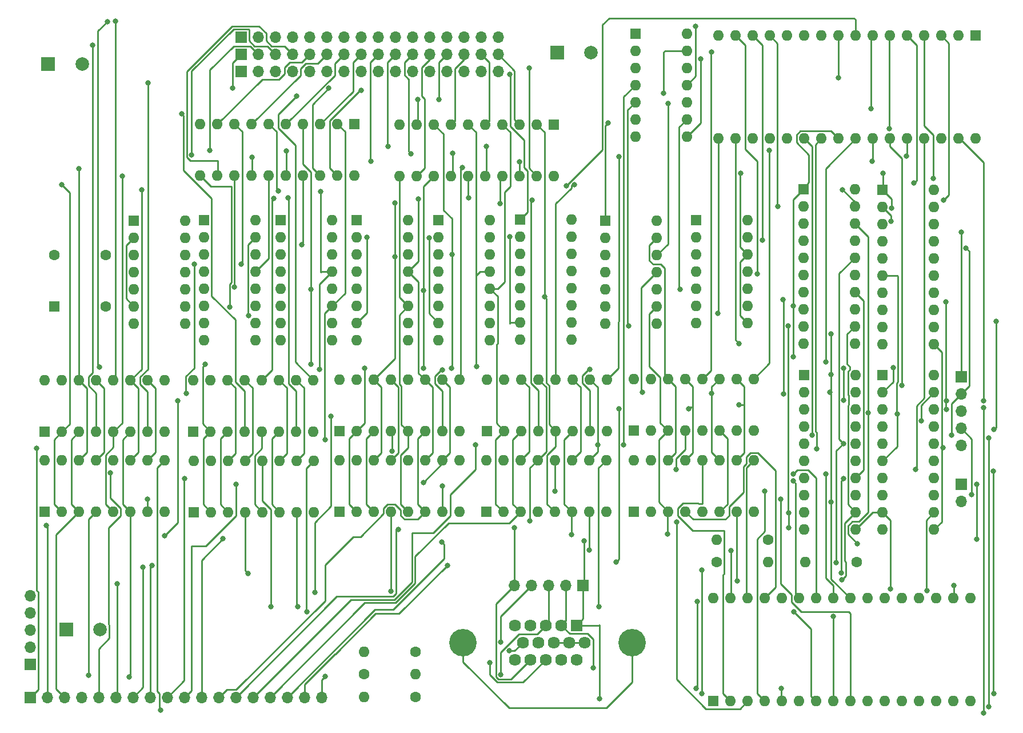
<source format=gtl>
%TF.GenerationSoftware,KiCad,Pcbnew,5.1.12-84ad8e8a86~92~ubuntu18.04.1*%
%TF.CreationDate,2022-02-09T16:29:34-05:00*%
%TF.ProjectId,kicad,6b696361-642e-46b6-9963-61645f706362,rev?*%
%TF.SameCoordinates,Original*%
%TF.FileFunction,Copper,L1,Top*%
%TF.FilePolarity,Positive*%
%FSLAX46Y46*%
G04 Gerber Fmt 4.6, Leading zero omitted, Abs format (unit mm)*
G04 Created by KiCad (PCBNEW 5.1.12-84ad8e8a86~92~ubuntu18.04.1) date 2022-02-09 16:29:34*
%MOMM*%
%LPD*%
G01*
G04 APERTURE LIST*
%TA.AperFunction,ComponentPad*%
%ADD10C,1.600000*%
%TD*%
%TA.AperFunction,ComponentPad*%
%ADD11R,1.600000X1.600000*%
%TD*%
%TA.AperFunction,ComponentPad*%
%ADD12O,1.600000X1.600000*%
%TD*%
%TA.AperFunction,ComponentPad*%
%ADD13O,1.700000X1.700000*%
%TD*%
%TA.AperFunction,ComponentPad*%
%ADD14R,1.700000X1.700000*%
%TD*%
%TA.AperFunction,ComponentPad*%
%ADD15C,4.066000*%
%TD*%
%TA.AperFunction,ComponentPad*%
%ADD16C,1.785000*%
%TD*%
%TA.AperFunction,ComponentPad*%
%ADD17R,1.785000X1.785000*%
%TD*%
%TA.AperFunction,ComponentPad*%
%ADD18C,2.000000*%
%TD*%
%TA.AperFunction,ComponentPad*%
%ADD19R,2.000000X2.000000*%
%TD*%
%TA.AperFunction,ViaPad*%
%ADD20C,0.800000*%
%TD*%
%TA.AperFunction,Conductor*%
%ADD21C,0.250000*%
%TD*%
G04 APERTURE END LIST*
D10*
%TO.P,X1,4*%
%TO.N,GND*%
X293370000Y-196951600D03*
%TO.P,X1,5*%
%TO.N,Net-(U3-Pad3)*%
X293370000Y-189331600D03*
%TO.P,X1,8*%
%TO.N,+5V*%
X285750000Y-189331600D03*
D11*
%TO.P,X1,1*%
%TO.N,Net-(X1-Pad1)*%
X285750000Y-196951600D03*
%TD*%
D12*
%TO.P,U27,20*%
%TO.N,+5V*%
X416102800Y-207162400D03*
%TO.P,U27,10*%
%TO.N,GND*%
X408482800Y-230022400D03*
%TO.P,U27,19*%
%TO.N,Net-(U13-Pad1)*%
X416102800Y-209702400D03*
%TO.P,U27,9*%
%TO.N,Net-(U21-Pad18)*%
X408482800Y-227482400D03*
%TO.P,U27,18*%
%TO.N,Net-(U21-Pad13)*%
X416102800Y-212242400D03*
%TO.P,U27,8*%
%TO.N,Net-(J9-Pad4)*%
X408482800Y-224942400D03*
%TO.P,U27,17*%
%TO.N,Net-(U27-Pad17)*%
X416102800Y-214782400D03*
%TO.P,U27,7*%
%TO.N,Net-(U27-Pad7)*%
X408482800Y-222402400D03*
%TO.P,U27,16*%
%TO.N,Net-(U21-Pad14)*%
X416102800Y-217322400D03*
%TO.P,U27,6*%
%TO.N,Net-(J9-Pad3)*%
X408482800Y-219862400D03*
%TO.P,U27,15*%
%TO.N,Net-(U27-Pad15)*%
X416102800Y-219862400D03*
%TO.P,U27,5*%
%TO.N,Net-(U27-Pad5)*%
X408482800Y-217322400D03*
%TO.P,U27,14*%
%TO.N,Net-(U21-Pad15)*%
X416102800Y-222402400D03*
%TO.P,U27,4*%
%TO.N,Net-(J9-Pad2)*%
X408482800Y-214782400D03*
%TO.P,U27,13*%
%TO.N,Net-(U27-Pad13)*%
X416102800Y-224942400D03*
%TO.P,U27,3*%
%TO.N,Net-(U27-Pad3)*%
X408482800Y-212242400D03*
%TO.P,U27,12*%
%TO.N,Net-(U21-Pad17)*%
X416102800Y-227482400D03*
%TO.P,U27,2*%
%TO.N,Net-(J9-Pad1)*%
X408482800Y-209702400D03*
%TO.P,U27,11*%
%TO.N,Net-(J9-Pad5)*%
X416102800Y-230022400D03*
D11*
%TO.P,U27,1*%
%TO.N,Net-(U13-Pad1)*%
X408482800Y-207162400D03*
%TD*%
D12*
%TO.P,U26,20*%
%TO.N,+5V*%
X416052000Y-179679600D03*
%TO.P,U26,10*%
%TO.N,GND*%
X408432000Y-202539600D03*
%TO.P,U26,19*%
%TO.N,Net-(U1-Pad1)*%
X416052000Y-182219600D03*
%TO.P,U26,9*%
%TO.N,Net-(U23-Pad18)*%
X408432000Y-199999600D03*
%TO.P,U26,18*%
%TO.N,Net-(U23-Pad13)*%
X416052000Y-184759600D03*
%TO.P,U26,8*%
%TO.N,Net-(J9-Pad4)*%
X408432000Y-197459600D03*
%TO.P,U26,17*%
%TO.N,Net-(U26-Pad17)*%
X416052000Y-187299600D03*
%TO.P,U26,7*%
%TO.N,Net-(U26-Pad7)*%
X408432000Y-194919600D03*
%TO.P,U26,16*%
%TO.N,Net-(U23-Pad14)*%
X416052000Y-189839600D03*
%TO.P,U26,6*%
%TO.N,Net-(J9-Pad3)*%
X408432000Y-192379600D03*
%TO.P,U26,15*%
%TO.N,Net-(U26-Pad15)*%
X416052000Y-192379600D03*
%TO.P,U26,5*%
%TO.N,Net-(U26-Pad5)*%
X408432000Y-189839600D03*
%TO.P,U26,14*%
%TO.N,Net-(U23-Pad15)*%
X416052000Y-194919600D03*
%TO.P,U26,4*%
%TO.N,Net-(J9-Pad2)*%
X408432000Y-187299600D03*
%TO.P,U26,13*%
%TO.N,Net-(U26-Pad13)*%
X416052000Y-197459600D03*
%TO.P,U26,3*%
%TO.N,Net-(U26-Pad3)*%
X408432000Y-184759600D03*
%TO.P,U26,12*%
%TO.N,Net-(U23-Pad17)*%
X416052000Y-199999600D03*
%TO.P,U26,2*%
%TO.N,Net-(J9-Pad1)*%
X408432000Y-182219600D03*
%TO.P,U26,11*%
%TO.N,Net-(J9-Pad5)*%
X416052000Y-202539600D03*
D11*
%TO.P,U26,1*%
%TO.N,Net-(U1-Pad1)*%
X408432000Y-179679600D03*
%TD*%
D12*
%TO.P,U25,20*%
%TO.N,+5V*%
X404520400Y-207111600D03*
%TO.P,U25,10*%
%TO.N,GND*%
X396900400Y-229971600D03*
%TO.P,U25,19*%
%TO.N,Net-(U1-Pad1)*%
X404520400Y-209651600D03*
%TO.P,U25,9*%
%TO.N,Net-(J7-Pad5)*%
X396900400Y-227431600D03*
%TO.P,U25,18*%
%TO.N,Net-(R3-Pad1)*%
X404520400Y-212191600D03*
%TO.P,U25,8*%
%TO.N,Net-(U21-Pad17)*%
X396900400Y-224891600D03*
%TO.P,U25,17*%
%TO.N,Net-(U25-Pad17)*%
X404520400Y-214731600D03*
%TO.P,U25,7*%
%TO.N,Net-(U25-Pad7)*%
X396900400Y-222351600D03*
%TO.P,U25,16*%
%TO.N,Net-(R4-Pad1)*%
X404520400Y-217271600D03*
%TO.P,U25,6*%
%TO.N,Net-(U21-Pad15)*%
X396900400Y-219811600D03*
%TO.P,U25,15*%
%TO.N,Net-(U25-Pad15)*%
X404520400Y-219811600D03*
%TO.P,U25,5*%
%TO.N,Net-(U25-Pad5)*%
X396900400Y-217271600D03*
%TO.P,U25,14*%
%TO.N,Net-(R5-Pad1)*%
X404520400Y-222351600D03*
%TO.P,U25,4*%
%TO.N,Net-(U21-Pad14)*%
X396900400Y-214731600D03*
%TO.P,U25,13*%
%TO.N,Net-(U25-Pad13)*%
X404520400Y-224891600D03*
%TO.P,U25,3*%
%TO.N,Net-(U25-Pad3)*%
X396900400Y-212191600D03*
%TO.P,U25,12*%
%TO.N,Net-(J7-Pad4)*%
X404520400Y-227431600D03*
%TO.P,U25,2*%
%TO.N,Net-(U21-Pad13)*%
X396900400Y-209651600D03*
%TO.P,U25,11*%
%TO.N,Net-(U21-Pad18)*%
X404520400Y-229971600D03*
D11*
%TO.P,U25,1*%
%TO.N,Net-(U1-Pad1)*%
X396900400Y-207111600D03*
%TD*%
D12*
%TO.P,U24,20*%
%TO.N,+5V*%
X404368000Y-179578000D03*
%TO.P,U24,10*%
%TO.N,GND*%
X396748000Y-202438000D03*
%TO.P,U24,19*%
%TO.N,Net-(U13-Pad1)*%
X404368000Y-182118000D03*
%TO.P,U24,9*%
%TO.N,Net-(J7-Pad5)*%
X396748000Y-199898000D03*
%TO.P,U24,18*%
%TO.N,Net-(R3-Pad1)*%
X404368000Y-184658000D03*
%TO.P,U24,8*%
%TO.N,Net-(U23-Pad17)*%
X396748000Y-197358000D03*
%TO.P,U24,17*%
%TO.N,Net-(U24-Pad17)*%
X404368000Y-187198000D03*
%TO.P,U24,7*%
%TO.N,Net-(U24-Pad7)*%
X396748000Y-194818000D03*
%TO.P,U24,16*%
%TO.N,Net-(R4-Pad1)*%
X404368000Y-189738000D03*
%TO.P,U24,6*%
%TO.N,Net-(U23-Pad15)*%
X396748000Y-192278000D03*
%TO.P,U24,15*%
%TO.N,Net-(U24-Pad15)*%
X404368000Y-192278000D03*
%TO.P,U24,5*%
%TO.N,Net-(U24-Pad5)*%
X396748000Y-189738000D03*
%TO.P,U24,14*%
%TO.N,Net-(R5-Pad1)*%
X404368000Y-194818000D03*
%TO.P,U24,4*%
%TO.N,Net-(U23-Pad14)*%
X396748000Y-187198000D03*
%TO.P,U24,13*%
%TO.N,Net-(U24-Pad13)*%
X404368000Y-197358000D03*
%TO.P,U24,3*%
%TO.N,Net-(U24-Pad3)*%
X396748000Y-184658000D03*
%TO.P,U24,12*%
%TO.N,Net-(J7-Pad4)*%
X404368000Y-199898000D03*
%TO.P,U24,2*%
%TO.N,Net-(U23-Pad13)*%
X396748000Y-182118000D03*
%TO.P,U24,11*%
%TO.N,Net-(U23-Pad18)*%
X404368000Y-202438000D03*
D11*
%TO.P,U24,1*%
%TO.N,Net-(U13-Pad1)*%
X396748000Y-179578000D03*
%TD*%
D12*
%TO.P,U23,32*%
%TO.N,+5V*%
X422249600Y-172110400D03*
%TO.P,U23,16*%
%TO.N,GND*%
X384149600Y-156870400D03*
%TO.P,U23,31*%
%TO.N,Net-(U13-Pad7)*%
X419709600Y-172110400D03*
%TO.P,U23,15*%
%TO.N,Net-(U23-Pad15)*%
X386689600Y-156870400D03*
%TO.P,U23,30*%
%TO.N,Net-(U16-Pad9)*%
X417169600Y-172110400D03*
%TO.P,U23,14*%
%TO.N,Net-(U23-Pad14)*%
X389229600Y-156870400D03*
%TO.P,U23,29*%
%TO.N,Net-(U16-Pad4)*%
X414629600Y-172110400D03*
%TO.P,U23,13*%
%TO.N,Net-(U23-Pad13)*%
X391769600Y-156870400D03*
%TO.P,U23,28*%
%TO.N,Net-(U13-Pad9)*%
X412089600Y-172110400D03*
%TO.P,U23,12*%
%TO.N,Net-(U2-Pad12)*%
X394309600Y-156870400D03*
%TO.P,U23,27*%
%TO.N,Net-(U23-Pad27)*%
X409549600Y-172110400D03*
%TO.P,U23,11*%
%TO.N,Net-(U2-Pad9)*%
X396849600Y-156870400D03*
%TO.P,U23,26*%
%TO.N,Net-(U23-Pad26)*%
X407009600Y-172110400D03*
%TO.P,U23,10*%
%TO.N,Net-(U2-Pad4)*%
X399389600Y-156870400D03*
%TO.P,U23,25*%
%TO.N,Net-(U23-Pad25)*%
X404469600Y-172110400D03*
%TO.P,U23,9*%
%TO.N,Net-(U2-Pad7)*%
X401929600Y-156870400D03*
%TO.P,U23,24*%
%TO.N,Net-(U13-Pad1)*%
X401929600Y-172110400D03*
%TO.P,U23,8*%
%TO.N,Net-(U23-Pad8)*%
X404469600Y-156870400D03*
%TO.P,U23,23*%
%TO.N,Net-(U23-Pad23)*%
X399389600Y-172110400D03*
%TO.P,U23,7*%
%TO.N,Net-(U23-Pad7)*%
X407009600Y-156870400D03*
%TO.P,U23,22*%
%TO.N,Net-(U16-Pad7)*%
X396849600Y-172110400D03*
%TO.P,U23,6*%
%TO.N,Net-(U23-Pad6)*%
X409549600Y-156870400D03*
%TO.P,U23,21*%
%TO.N,Net-(U23-Pad21)*%
X394309600Y-172110400D03*
%TO.P,U23,5*%
%TO.N,Net-(U23-Pad5)*%
X412089600Y-156870400D03*
%TO.P,U23,20*%
%TO.N,Net-(U23-Pad20)*%
X391769600Y-172110400D03*
%TO.P,U23,4*%
%TO.N,Net-(U13-Pad12)*%
X414629600Y-156870400D03*
%TO.P,U23,19*%
%TO.N,Net-(U23-Pad19)*%
X389229600Y-172110400D03*
%TO.P,U23,3*%
%TO.N,Net-(U13-Pad4)*%
X417169600Y-156870400D03*
%TO.P,U23,18*%
%TO.N,Net-(U23-Pad18)*%
X386689600Y-172110400D03*
%TO.P,U23,2*%
%TO.N,Net-(U16-Pad12)*%
X419709600Y-156870400D03*
%TO.P,U23,17*%
%TO.N,Net-(U23-Pad17)*%
X384149600Y-172110400D03*
D11*
%TO.P,U23,1*%
%TO.N,GND*%
X422249600Y-156870400D03*
%TD*%
D12*
%TO.P,U22,14*%
%TO.N,+5V*%
X388467600Y-184200800D03*
%TO.P,U22,7*%
%TO.N,GND*%
X380847600Y-199440800D03*
%TO.P,U22,13*%
%TO.N,+5V*%
X388467600Y-186740800D03*
%TO.P,U22,6*%
%TO.N,Net-(U22-Pad6)*%
X380847600Y-196900800D03*
%TO.P,U22,12*%
%TO.N,Net-(U1-Pad1)*%
X388467600Y-189280800D03*
%TO.P,U22,5*%
%TO.N,Net-(U22-Pad5)*%
X380847600Y-194360800D03*
%TO.P,U22,11*%
%TO.N,Net-(U20-Pad2)*%
X388467600Y-191820800D03*
%TO.P,U22,4*%
%TO.N,Net-(U22-Pad4)*%
X380847600Y-191820800D03*
%TO.P,U22,10*%
%TO.N,+5V*%
X388467600Y-194360800D03*
%TO.P,U22,3*%
%TO.N,Net-(U22-Pad3)*%
X380847600Y-189280800D03*
%TO.P,U22,9*%
%TO.N,Net-(U13-Pad1)*%
X388467600Y-196900800D03*
%TO.P,U22,2*%
%TO.N,Net-(U22-Pad2)*%
X380847600Y-186740800D03*
%TO.P,U22,8*%
%TO.N,Net-(U1-Pad1)*%
X388467600Y-199440800D03*
D11*
%TO.P,U22,1*%
%TO.N,Net-(U22-Pad1)*%
X380847600Y-184200800D03*
%TD*%
D12*
%TO.P,U21,32*%
%TO.N,+5V*%
X383387600Y-240182400D03*
%TO.P,U21,16*%
%TO.N,GND*%
X421487600Y-255422400D03*
%TO.P,U21,31*%
%TO.N,Net-(U12-Pad7)*%
X385927600Y-240182400D03*
%TO.P,U21,15*%
%TO.N,Net-(U21-Pad15)*%
X418947600Y-255422400D03*
%TO.P,U21,30*%
%TO.N,Net-(U15-Pad9)*%
X388467600Y-240182400D03*
%TO.P,U21,14*%
%TO.N,Net-(U21-Pad14)*%
X416407600Y-255422400D03*
%TO.P,U21,29*%
%TO.N,Net-(U15-Pad4)*%
X391007600Y-240182400D03*
%TO.P,U21,13*%
%TO.N,Net-(U21-Pad13)*%
X413867600Y-255422400D03*
%TO.P,U21,28*%
%TO.N,Net-(U12-Pad9)*%
X393547600Y-240182400D03*
%TO.P,U21,12*%
%TO.N,Net-(U1-Pad12)*%
X411327600Y-255422400D03*
%TO.P,U21,27*%
%TO.N,Net-(U21-Pad27)*%
X396087600Y-240182400D03*
%TO.P,U21,11*%
%TO.N,Net-(U1-Pad9)*%
X408787600Y-255422400D03*
%TO.P,U21,26*%
%TO.N,Net-(U21-Pad26)*%
X398627600Y-240182400D03*
%TO.P,U21,10*%
%TO.N,Net-(U1-Pad4)*%
X406247600Y-255422400D03*
%TO.P,U21,25*%
%TO.N,Net-(U21-Pad25)*%
X401167600Y-240182400D03*
%TO.P,U21,9*%
%TO.N,Net-(U1-Pad7)*%
X403707600Y-255422400D03*
%TO.P,U21,24*%
%TO.N,Net-(U1-Pad1)*%
X403707600Y-240182400D03*
%TO.P,U21,8*%
%TO.N,Net-(U21-Pad8)*%
X401167600Y-255422400D03*
%TO.P,U21,23*%
%TO.N,Net-(U21-Pad23)*%
X406247600Y-240182400D03*
%TO.P,U21,7*%
%TO.N,Net-(U21-Pad7)*%
X398627600Y-255422400D03*
%TO.P,U21,22*%
%TO.N,Net-(U15-Pad7)*%
X408787600Y-240182400D03*
%TO.P,U21,6*%
%TO.N,Net-(U21-Pad6)*%
X396087600Y-255422400D03*
%TO.P,U21,21*%
%TO.N,Net-(U21-Pad21)*%
X411327600Y-240182400D03*
%TO.P,U21,5*%
%TO.N,Net-(U21-Pad5)*%
X393547600Y-255422400D03*
%TO.P,U21,20*%
%TO.N,Net-(U21-Pad20)*%
X413867600Y-240182400D03*
%TO.P,U21,4*%
%TO.N,Net-(U12-Pad12)*%
X391007600Y-255422400D03*
%TO.P,U21,19*%
%TO.N,Net-(U21-Pad19)*%
X416407600Y-240182400D03*
%TO.P,U21,3*%
%TO.N,Net-(U12-Pad4)*%
X388467600Y-255422400D03*
%TO.P,U21,18*%
%TO.N,Net-(U21-Pad18)*%
X418947600Y-240182400D03*
%TO.P,U21,2*%
%TO.N,Net-(U15-Pad12)*%
X385927600Y-255422400D03*
%TO.P,U21,17*%
%TO.N,Net-(U21-Pad17)*%
X421487600Y-240182400D03*
D11*
%TO.P,U21,1*%
%TO.N,GND*%
X383387600Y-255422400D03*
%TD*%
D12*
%TO.P,U20,14*%
%TO.N,+5V*%
X375056400Y-184251600D03*
%TO.P,U20,7*%
%TO.N,GND*%
X367436400Y-199491600D03*
%TO.P,U20,13*%
%TO.N,Net-(U15-Pad14)*%
X375056400Y-186791600D03*
%TO.P,U20,6*%
%TO.N,Net-(U20-Pad6)*%
X367436400Y-196951600D03*
%TO.P,U20,12*%
%TO.N,Net-(U18-Pad10)*%
X375056400Y-189331600D03*
%TO.P,U20,5*%
%TO.N,Net-(U20-Pad5)*%
X367436400Y-194411600D03*
%TO.P,U20,11*%
%TO.N,Net-(U15-Pad11)*%
X375056400Y-191871600D03*
%TO.P,U20,4*%
%TO.N,Net-(U20-Pad4)*%
X367436400Y-191871600D03*
%TO.P,U20,10*%
%TO.N,Net-(U18-Pad9)*%
X375056400Y-194411600D03*
%TO.P,U20,3*%
%TO.N,Net-(U20-Pad3)*%
X367436400Y-189331600D03*
%TO.P,U20,9*%
%TO.N,Net-(J5-Pad1)*%
X375056400Y-196951600D03*
%TO.P,U20,2*%
%TO.N,Net-(U20-Pad2)*%
X367436400Y-186791600D03*
%TO.P,U20,8*%
%TO.N,Net-(U18-Pad5)*%
X375056400Y-199491600D03*
D11*
%TO.P,U20,1*%
%TO.N,Net-(U18-Pad6)*%
X367436400Y-184251600D03*
%TD*%
D12*
%TO.P,U19,16*%
%TO.N,+5V*%
X362407200Y-184099200D03*
%TO.P,U19,8*%
%TO.N,GND*%
X354787200Y-201879200D03*
%TO.P,U19,15*%
%TO.N,Net-(U19-Pad15)*%
X362407200Y-186639200D03*
%TO.P,U19,7*%
%TO.N,Net-(U17-Pad15)*%
X354787200Y-199339200D03*
%TO.P,U19,14*%
%TO.N,Net-(U15-Pad14)*%
X362407200Y-189179200D03*
%TO.P,U19,6*%
%TO.N,Net-(U19-Pad6)*%
X354787200Y-196799200D03*
%TO.P,U19,13*%
%TO.N,Net-(U15-Pad11)*%
X362407200Y-191719200D03*
%TO.P,U19,5*%
%TO.N,Net-(U19-Pad5)*%
X354787200Y-194259200D03*
%TO.P,U19,12*%
%TO.N,Net-(U19-Pad12)*%
X362407200Y-194259200D03*
%TO.P,U19,4*%
%TO.N,Net-(U19-Pad4)*%
X354787200Y-191719200D03*
%TO.P,U19,11*%
%TO.N,Net-(U19-Pad11)*%
X362407200Y-196799200D03*
%TO.P,U19,3*%
%TO.N,Net-(U19-Pad3)*%
X354787200Y-189179200D03*
%TO.P,U19,10*%
%TO.N,Net-(U17-Pad15)*%
X362407200Y-199339200D03*
%TO.P,U19,2*%
%TO.N,Net-(U11-Pad2)*%
X354787200Y-186639200D03*
%TO.P,U19,9*%
%TO.N,+5V*%
X362407200Y-201879200D03*
D11*
%TO.P,U19,1*%
%TO.N,Net-(U11-Pad1)*%
X354787200Y-184099200D03*
%TD*%
D12*
%TO.P,U18,14*%
%TO.N,+5V*%
X379476000Y-156565600D03*
%TO.P,U18,7*%
%TO.N,GND*%
X371856000Y-171805600D03*
%TO.P,U18,13*%
%TO.N,Net-(U18-Pad13)*%
X379476000Y-159105600D03*
%TO.P,U18,6*%
%TO.N,Net-(U18-Pad6)*%
X371856000Y-169265600D03*
%TO.P,U18,12*%
%TO.N,Net-(U10-Pad19)*%
X379476000Y-161645600D03*
%TO.P,U18,5*%
%TO.N,Net-(U18-Pad5)*%
X371856000Y-166725600D03*
%TO.P,U18,11*%
%TO.N,Net-(U18-Pad1)*%
X379476000Y-164185600D03*
%TO.P,U18,4*%
%TO.N,Net-(J5-Pad2)*%
X371856000Y-164185600D03*
%TO.P,U18,10*%
%TO.N,Net-(U18-Pad10)*%
X379476000Y-166725600D03*
%TO.P,U18,3*%
%TO.N,Net-(U11-Pad1)*%
X371856000Y-161645600D03*
%TO.P,U18,9*%
%TO.N,Net-(U18-Pad9)*%
X379476000Y-169265600D03*
%TO.P,U18,2*%
%TO.N,Net-(U18-Pad2)*%
X371856000Y-159105600D03*
%TO.P,U18,8*%
X379476000Y-171805600D03*
D11*
%TO.P,U18,1*%
%TO.N,Net-(U18-Pad1)*%
X371856000Y-156565600D03*
%TD*%
D12*
%TO.P,U17,16*%
%TO.N,Net-(U17-Pad16)*%
X350316800Y-184150000D03*
%TO.P,U17,8*%
%TO.N,Net-(U17-Pad8)*%
X342696800Y-201930000D03*
%TO.P,U17,15*%
%TO.N,Net-(U17-Pad15)*%
X350316800Y-186690000D03*
%TO.P,U17,7*%
%TO.N,Net-(U14-Pad15)*%
X342696800Y-199390000D03*
%TO.P,U17,14*%
%TO.N,Net-(U10-Pad8)*%
X350316800Y-189230000D03*
%TO.P,U17,6*%
%TO.N,Net-(U17-Pad6)*%
X342696800Y-196850000D03*
%TO.P,U17,13*%
%TO.N,Net-(U10-Pad6)*%
X350316800Y-191770000D03*
%TO.P,U17,5*%
%TO.N,Net-(U17-Pad5)*%
X342696800Y-194310000D03*
%TO.P,U17,12*%
%TO.N,Net-(U10-Pad4)*%
X350316800Y-194310000D03*
%TO.P,U17,4*%
%TO.N,Net-(U17-Pad4)*%
X342696800Y-191770000D03*
%TO.P,U17,11*%
%TO.N,Net-(U10-Pad2)*%
X350316800Y-196850000D03*
%TO.P,U17,3*%
%TO.N,Net-(U17-Pad3)*%
X342696800Y-189230000D03*
%TO.P,U17,10*%
%TO.N,Net-(U14-Pad15)*%
X350316800Y-199390000D03*
%TO.P,U17,2*%
%TO.N,Net-(U11-Pad2)*%
X342696800Y-186690000D03*
%TO.P,U17,9*%
%TO.N,+5V*%
X350316800Y-201930000D03*
D11*
%TO.P,U17,1*%
%TO.N,Net-(U11-Pad1)*%
X342696800Y-184150000D03*
%TD*%
D12*
%TO.P,U16,16*%
%TO.N,+5V*%
X371602000Y-207721200D03*
%TO.P,U16,8*%
%TO.N,GND*%
X389382000Y-215341200D03*
%TO.P,U16,15*%
X374142000Y-207721200D03*
%TO.P,U16,7*%
%TO.N,Net-(U16-Pad7)*%
X386842000Y-215341200D03*
%TO.P,U16,14*%
%TO.N,Net-(U15-Pad14)*%
X376682000Y-207721200D03*
%TO.P,U16,6*%
%TO.N,Net-(J5-Pad2)*%
X384302000Y-215341200D03*
%TO.P,U16,13*%
%TO.N,Net-(J2-Pad17)*%
X379222000Y-207721200D03*
%TO.P,U16,5*%
%TO.N,GND*%
X381762000Y-215341200D03*
%TO.P,U16,12*%
%TO.N,Net-(U16-Pad12)*%
X381762000Y-207721200D03*
%TO.P,U16,4*%
%TO.N,Net-(U16-Pad4)*%
X379222000Y-215341200D03*
%TO.P,U16,11*%
%TO.N,Net-(U15-Pad11)*%
X384302000Y-207721200D03*
%TO.P,U16,3*%
%TO.N,Net-(J5-Pad1)*%
X376682000Y-215341200D03*
%TO.P,U16,10*%
%TO.N,Net-(J2-Pad18)*%
X386842000Y-207721200D03*
%TO.P,U16,2*%
%TO.N,+5V*%
X374142000Y-215341200D03*
%TO.P,U16,9*%
%TO.N,Net-(U16-Pad9)*%
X389382000Y-207721200D03*
D11*
%TO.P,U16,1*%
%TO.N,Net-(U13-Pad1)*%
X371602000Y-215341200D03*
%TD*%
D12*
%TO.P,U15,16*%
%TO.N,+5V*%
X371652800Y-219760800D03*
%TO.P,U15,8*%
%TO.N,GND*%
X389432800Y-227380800D03*
%TO.P,U15,15*%
X374192800Y-219760800D03*
%TO.P,U15,7*%
%TO.N,Net-(U15-Pad7)*%
X386892800Y-227380800D03*
%TO.P,U15,14*%
%TO.N,Net-(U15-Pad14)*%
X376732800Y-219760800D03*
%TO.P,U15,6*%
%TO.N,Net-(J5-Pad2)*%
X384352800Y-227380800D03*
%TO.P,U15,13*%
%TO.N,Net-(J2-Pad17)*%
X379272800Y-219760800D03*
%TO.P,U15,5*%
%TO.N,GND*%
X381812800Y-227380800D03*
%TO.P,U15,12*%
%TO.N,Net-(U15-Pad12)*%
X381812800Y-219760800D03*
%TO.P,U15,4*%
%TO.N,Net-(U15-Pad4)*%
X379272800Y-227380800D03*
%TO.P,U15,11*%
%TO.N,Net-(U15-Pad11)*%
X384352800Y-219760800D03*
%TO.P,U15,3*%
%TO.N,Net-(J5-Pad1)*%
X376732800Y-227380800D03*
%TO.P,U15,10*%
%TO.N,Net-(J2-Pad18)*%
X386892800Y-219760800D03*
%TO.P,U15,2*%
%TO.N,+5V*%
X374192800Y-227380800D03*
%TO.P,U15,9*%
%TO.N,Net-(U15-Pad9)*%
X389432800Y-219760800D03*
D11*
%TO.P,U15,1*%
%TO.N,Net-(U1-Pad1)*%
X371652800Y-227380800D03*
%TD*%
D12*
%TO.P,U14,16*%
%TO.N,+5V*%
X338226400Y-184200800D03*
%TO.P,U14,8*%
%TO.N,GND*%
X330606400Y-201980800D03*
%TO.P,U14,15*%
%TO.N,Net-(U14-Pad15)*%
X338226400Y-186740800D03*
%TO.P,U14,7*%
%TO.N,Net-(U11-Pad15)*%
X330606400Y-199440800D03*
%TO.P,U14,14*%
%TO.N,Net-(U10-Pad17)*%
X338226400Y-189280800D03*
%TO.P,U14,6*%
%TO.N,Net-(U14-Pad6)*%
X330606400Y-196900800D03*
%TO.P,U14,13*%
%TO.N,Net-(U10-Pad15)*%
X338226400Y-191820800D03*
%TO.P,U14,5*%
%TO.N,Net-(U14-Pad5)*%
X330606400Y-194360800D03*
%TO.P,U14,12*%
%TO.N,Net-(U10-Pad13)*%
X338226400Y-194360800D03*
%TO.P,U14,4*%
%TO.N,Net-(U14-Pad4)*%
X330606400Y-191820800D03*
%TO.P,U14,11*%
%TO.N,Net-(U10-Pad11)*%
X338226400Y-196900800D03*
%TO.P,U14,3*%
%TO.N,Net-(U14-Pad3)*%
X330606400Y-189280800D03*
%TO.P,U14,10*%
%TO.N,Net-(U11-Pad15)*%
X338226400Y-199440800D03*
%TO.P,U14,2*%
%TO.N,Net-(U11-Pad2)*%
X330606400Y-186740800D03*
%TO.P,U14,9*%
%TO.N,+5V*%
X338226400Y-201980800D03*
D11*
%TO.P,U14,1*%
%TO.N,Net-(U11-Pad1)*%
X330606400Y-184200800D03*
%TD*%
D12*
%TO.P,U13,16*%
%TO.N,+5V*%
X349910400Y-207772000D03*
%TO.P,U13,8*%
%TO.N,GND*%
X367690400Y-215392000D03*
%TO.P,U13,15*%
X352450400Y-207772000D03*
%TO.P,U13,7*%
%TO.N,Net-(U13-Pad7)*%
X365150400Y-215392000D03*
%TO.P,U13,14*%
%TO.N,Net-(U10-Pad8)*%
X354990400Y-207772000D03*
%TO.P,U13,6*%
%TO.N,Net-(J2-Pad16)*%
X362610400Y-215392000D03*
%TO.P,U13,13*%
%TO.N,Net-(J2-Pad13)*%
X357530400Y-207772000D03*
%TO.P,U13,5*%
%TO.N,Net-(U10-Pad2)*%
X360070400Y-215392000D03*
%TO.P,U13,12*%
%TO.N,Net-(U13-Pad12)*%
X360070400Y-207772000D03*
%TO.P,U13,4*%
%TO.N,Net-(U13-Pad4)*%
X357530400Y-215392000D03*
%TO.P,U13,11*%
%TO.N,Net-(U10-Pad6)*%
X362610400Y-207772000D03*
%TO.P,U13,3*%
%TO.N,Net-(J2-Pad15)*%
X354990400Y-215392000D03*
%TO.P,U13,10*%
%TO.N,Net-(J2-Pad14)*%
X365150400Y-207772000D03*
%TO.P,U13,2*%
%TO.N,Net-(U10-Pad4)*%
X352450400Y-215392000D03*
%TO.P,U13,9*%
%TO.N,Net-(U13-Pad9)*%
X367690400Y-207772000D03*
D11*
%TO.P,U13,1*%
%TO.N,Net-(U13-Pad1)*%
X349910400Y-215392000D03*
%TD*%
D12*
%TO.P,U12,16*%
%TO.N,+5V*%
X349758000Y-219760800D03*
%TO.P,U12,8*%
%TO.N,GND*%
X367538000Y-227380800D03*
%TO.P,U12,15*%
X352298000Y-219760800D03*
%TO.P,U12,7*%
%TO.N,Net-(U12-Pad7)*%
X364998000Y-227380800D03*
%TO.P,U12,14*%
%TO.N,Net-(U10-Pad8)*%
X354838000Y-219760800D03*
%TO.P,U12,6*%
%TO.N,Net-(J2-Pad16)*%
X362458000Y-227380800D03*
%TO.P,U12,13*%
%TO.N,Net-(J2-Pad13)*%
X357378000Y-219760800D03*
%TO.P,U12,5*%
%TO.N,Net-(U10-Pad2)*%
X359918000Y-227380800D03*
%TO.P,U12,12*%
%TO.N,Net-(U12-Pad12)*%
X359918000Y-219760800D03*
%TO.P,U12,4*%
%TO.N,Net-(U12-Pad4)*%
X357378000Y-227380800D03*
%TO.P,U12,11*%
%TO.N,Net-(U10-Pad6)*%
X362458000Y-219760800D03*
%TO.P,U12,3*%
%TO.N,Net-(J2-Pad15)*%
X354838000Y-227380800D03*
%TO.P,U12,10*%
%TO.N,Net-(J2-Pad14)*%
X364998000Y-219760800D03*
%TO.P,U12,2*%
%TO.N,Net-(U10-Pad4)*%
X352298000Y-227380800D03*
%TO.P,U12,9*%
%TO.N,Net-(U12-Pad9)*%
X367538000Y-219760800D03*
D11*
%TO.P,U12,1*%
%TO.N,Net-(U1-Pad1)*%
X349758000Y-227380800D03*
%TD*%
D12*
%TO.P,U11,16*%
%TO.N,+5V*%
X326948800Y-184200800D03*
%TO.P,U11,8*%
%TO.N,GND*%
X319328800Y-201980800D03*
%TO.P,U11,15*%
%TO.N,Net-(U11-Pad15)*%
X326948800Y-186740800D03*
%TO.P,U11,7*%
%TO.N,Net-(U11-Pad10)*%
X319328800Y-199440800D03*
%TO.P,U11,14*%
%TO.N,Net-(U11-Pad14)*%
X326948800Y-189280800D03*
%TO.P,U11,6*%
%TO.N,Net-(U11-Pad6)*%
X319328800Y-196900800D03*
%TO.P,U11,13*%
%TO.N,Net-(U11-Pad13)*%
X326948800Y-191820800D03*
%TO.P,U11,5*%
%TO.N,Net-(U11-Pad5)*%
X319328800Y-194360800D03*
%TO.P,U11,12*%
%TO.N,Net-(U11-Pad12)*%
X326948800Y-194360800D03*
%TO.P,U11,4*%
%TO.N,Net-(U11-Pad4)*%
X319328800Y-191820800D03*
%TO.P,U11,11*%
%TO.N,Net-(U11-Pad11)*%
X326948800Y-196900800D03*
%TO.P,U11,3*%
%TO.N,Net-(U11-Pad3)*%
X319328800Y-189280800D03*
%TO.P,U11,10*%
%TO.N,Net-(U11-Pad10)*%
X326948800Y-199440800D03*
%TO.P,U11,2*%
%TO.N,Net-(U11-Pad2)*%
X319328800Y-186740800D03*
%TO.P,U11,9*%
%TO.N,+5V*%
X326948800Y-201980800D03*
D11*
%TO.P,U11,1*%
%TO.N,Net-(U11-Pad1)*%
X319328800Y-184200800D03*
%TD*%
D12*
%TO.P,U10,20*%
%TO.N,+5V*%
X359816400Y-177647600D03*
%TO.P,U10,10*%
%TO.N,GND*%
X336956400Y-170027600D03*
%TO.P,U10,19*%
%TO.N,Net-(U10-Pad19)*%
X357276400Y-177647600D03*
%TO.P,U10,9*%
%TO.N,Net-(J3-Pad13)*%
X339496400Y-170027600D03*
%TO.P,U10,18*%
%TO.N,Net-(J3-Pad9)*%
X354736400Y-177647600D03*
%TO.P,U10,8*%
%TO.N,Net-(U10-Pad8)*%
X342036400Y-170027600D03*
%TO.P,U10,17*%
%TO.N,Net-(U10-Pad17)*%
X352196400Y-177647600D03*
%TO.P,U10,7*%
%TO.N,Net-(J3-Pad14)*%
X344576400Y-170027600D03*
%TO.P,U10,16*%
%TO.N,Net-(J3-Pad10)*%
X349656400Y-177647600D03*
%TO.P,U10,6*%
%TO.N,Net-(U10-Pad6)*%
X347116400Y-170027600D03*
%TO.P,U10,15*%
%TO.N,Net-(U10-Pad15)*%
X347116400Y-177647600D03*
%TO.P,U10,5*%
%TO.N,Net-(J3-Pad15)*%
X349656400Y-170027600D03*
%TO.P,U10,14*%
%TO.N,Net-(J3-Pad11)*%
X344576400Y-177647600D03*
%TO.P,U10,4*%
%TO.N,Net-(U10-Pad4)*%
X352196400Y-170027600D03*
%TO.P,U10,13*%
%TO.N,Net-(U10-Pad13)*%
X342036400Y-177647600D03*
%TO.P,U10,3*%
%TO.N,Net-(J3-Pad16)*%
X354736400Y-170027600D03*
%TO.P,U10,12*%
%TO.N,Net-(J3-Pad12)*%
X339496400Y-177647600D03*
%TO.P,U10,2*%
%TO.N,Net-(U10-Pad2)*%
X357276400Y-170027600D03*
%TO.P,U10,11*%
%TO.N,Net-(U10-Pad11)*%
X336956400Y-177647600D03*
D11*
%TO.P,U10,1*%
%TO.N,Net-(U10-Pad1)*%
X359816400Y-170027600D03*
%TD*%
D12*
%TO.P,U9,16*%
%TO.N,+5V*%
X328066400Y-219760800D03*
%TO.P,U9,8*%
%TO.N,GND*%
X345846400Y-227380800D03*
%TO.P,U9,15*%
X330606400Y-219760800D03*
%TO.P,U9,7*%
%TO.N,Net-(U21-Pad25)*%
X343306400Y-227380800D03*
%TO.P,U9,14*%
%TO.N,Net-(U10-Pad17)*%
X333146400Y-219760800D03*
%TO.P,U9,6*%
%TO.N,Net-(J2-Pad12)*%
X340766400Y-227380800D03*
%TO.P,U9,13*%
%TO.N,Net-(J2-Pad9)*%
X335686400Y-219760800D03*
%TO.P,U9,5*%
%TO.N,Net-(U10-Pad11)*%
X338226400Y-227380800D03*
%TO.P,U9,12*%
%TO.N,Net-(U21-Pad27)*%
X338226400Y-219760800D03*
%TO.P,U9,4*%
%TO.N,Net-(U21-Pad23)*%
X335686400Y-227380800D03*
%TO.P,U9,11*%
%TO.N,Net-(U10-Pad15)*%
X340766400Y-219760800D03*
%TO.P,U9,3*%
%TO.N,Net-(J2-Pad11)*%
X333146400Y-227380800D03*
%TO.P,U9,10*%
%TO.N,Net-(J2-Pad10)*%
X343306400Y-219760800D03*
%TO.P,U9,2*%
%TO.N,Net-(U10-Pad13)*%
X330606400Y-227380800D03*
%TO.P,U9,9*%
%TO.N,Net-(U21-Pad26)*%
X345846400Y-219760800D03*
D11*
%TO.P,U9,1*%
%TO.N,Net-(U1-Pad1)*%
X328066400Y-227380800D03*
%TD*%
D12*
%TO.P,U8,16*%
%TO.N,+5V*%
X328015600Y-207822800D03*
%TO.P,U8,8*%
%TO.N,GND*%
X345795600Y-215442800D03*
%TO.P,U8,15*%
X330555600Y-207822800D03*
%TO.P,U8,7*%
%TO.N,Net-(U23-Pad25)*%
X343255600Y-215442800D03*
%TO.P,U8,14*%
%TO.N,Net-(U10-Pad17)*%
X333095600Y-207822800D03*
%TO.P,U8,6*%
%TO.N,Net-(J2-Pad12)*%
X340715600Y-215442800D03*
%TO.P,U8,13*%
%TO.N,Net-(J2-Pad9)*%
X335635600Y-207822800D03*
%TO.P,U8,5*%
%TO.N,Net-(U10-Pad11)*%
X338175600Y-215442800D03*
%TO.P,U8,12*%
%TO.N,Net-(U23-Pad27)*%
X338175600Y-207822800D03*
%TO.P,U8,4*%
%TO.N,Net-(U23-Pad23)*%
X335635600Y-215442800D03*
%TO.P,U8,11*%
%TO.N,Net-(U10-Pad15)*%
X340715600Y-207822800D03*
%TO.P,U8,3*%
%TO.N,Net-(J2-Pad11)*%
X333095600Y-215442800D03*
%TO.P,U8,10*%
%TO.N,Net-(J2-Pad10)*%
X343255600Y-207822800D03*
%TO.P,U8,2*%
%TO.N,Net-(U10-Pad13)*%
X330555600Y-215442800D03*
%TO.P,U8,9*%
%TO.N,Net-(U23-Pad26)*%
X345795600Y-207822800D03*
D11*
%TO.P,U8,1*%
%TO.N,Net-(U13-Pad1)*%
X328015600Y-215442800D03*
%TD*%
D12*
%TO.P,U7,16*%
%TO.N,+5V*%
X315569600Y-184200800D03*
%TO.P,U7,8*%
%TO.N,GND*%
X307949600Y-201980800D03*
%TO.P,U7,15*%
%TO.N,Net-(U11-Pad10)*%
X315569600Y-186740800D03*
%TO.P,U7,7*%
%TO.N,+5V*%
X307949600Y-199440800D03*
%TO.P,U7,14*%
%TO.N,Net-(U1-Pad14)*%
X315569600Y-189280800D03*
%TO.P,U7,6*%
%TO.N,Net-(U7-Pad6)*%
X307949600Y-196900800D03*
%TO.P,U7,13*%
%TO.N,Net-(U1-Pad11)*%
X315569600Y-191820800D03*
%TO.P,U7,5*%
%TO.N,Net-(U7-Pad5)*%
X307949600Y-194360800D03*
%TO.P,U7,12*%
%TO.N,Net-(U1-Pad2)*%
X315569600Y-194360800D03*
%TO.P,U7,4*%
%TO.N,Net-(U7-Pad4)*%
X307949600Y-191820800D03*
%TO.P,U7,11*%
%TO.N,Net-(U1-Pad5)*%
X315569600Y-196900800D03*
%TO.P,U7,3*%
%TO.N,Net-(U7-Pad3)*%
X307949600Y-189280800D03*
%TO.P,U7,10*%
%TO.N,+5V*%
X315569600Y-199440800D03*
%TO.P,U7,2*%
%TO.N,Net-(U11-Pad2)*%
X307949600Y-186740800D03*
%TO.P,U7,9*%
%TO.N,+5V*%
X315569600Y-201980800D03*
D11*
%TO.P,U7,1*%
%TO.N,Net-(U11-Pad1)*%
X307949600Y-184200800D03*
%TD*%
D12*
%TO.P,U6,16*%
%TO.N,+5V*%
X306425600Y-219811600D03*
%TO.P,U6,8*%
%TO.N,GND*%
X324205600Y-227431600D03*
%TO.P,U6,15*%
X308965600Y-219811600D03*
%TO.P,U6,7*%
%TO.N,Net-(U21-Pad5)*%
X321665600Y-227431600D03*
%TO.P,U6,14*%
%TO.N,Net-(U11-Pad14)*%
X311505600Y-219811600D03*
%TO.P,U6,6*%
%TO.N,Net-(J2-Pad8)*%
X319125600Y-227431600D03*
%TO.P,U6,13*%
%TO.N,Net-(J2-Pad5)*%
X314045600Y-219811600D03*
%TO.P,U6,5*%
%TO.N,Net-(U11-Pad11)*%
X316585600Y-227431600D03*
%TO.P,U6,12*%
%TO.N,Net-(U21-Pad8)*%
X316585600Y-219811600D03*
%TO.P,U6,4*%
%TO.N,Net-(U21-Pad6)*%
X314045600Y-227431600D03*
%TO.P,U6,11*%
%TO.N,Net-(U11-Pad13)*%
X319125600Y-219811600D03*
%TO.P,U6,3*%
%TO.N,Net-(J2-Pad7)*%
X311505600Y-227431600D03*
%TO.P,U6,10*%
%TO.N,Net-(J2-Pad6)*%
X321665600Y-219811600D03*
%TO.P,U6,2*%
%TO.N,Net-(U11-Pad12)*%
X308965600Y-227431600D03*
%TO.P,U6,9*%
%TO.N,Net-(U21-Pad7)*%
X324205600Y-219811600D03*
D11*
%TO.P,U6,1*%
%TO.N,Net-(U1-Pad1)*%
X306425600Y-227431600D03*
%TD*%
D12*
%TO.P,U5,16*%
%TO.N,+5V*%
X306374800Y-207873600D03*
%TO.P,U5,8*%
%TO.N,GND*%
X324154800Y-215493600D03*
%TO.P,U5,15*%
X308914800Y-207873600D03*
%TO.P,U5,7*%
%TO.N,Net-(U23-Pad5)*%
X321614800Y-215493600D03*
%TO.P,U5,14*%
%TO.N,Net-(U11-Pad14)*%
X311454800Y-207873600D03*
%TO.P,U5,6*%
%TO.N,Net-(J2-Pad8)*%
X319074800Y-215493600D03*
%TO.P,U5,13*%
%TO.N,Net-(J2-Pad5)*%
X313994800Y-207873600D03*
%TO.P,U5,5*%
%TO.N,Net-(U11-Pad11)*%
X316534800Y-215493600D03*
%TO.P,U5,12*%
%TO.N,Net-(U23-Pad8)*%
X316534800Y-207873600D03*
%TO.P,U5,4*%
%TO.N,Net-(U23-Pad6)*%
X313994800Y-215493600D03*
%TO.P,U5,11*%
%TO.N,Net-(U11-Pad13)*%
X319074800Y-207873600D03*
%TO.P,U5,3*%
%TO.N,Net-(J2-Pad7)*%
X311454800Y-215493600D03*
%TO.P,U5,10*%
%TO.N,Net-(J2-Pad6)*%
X321614800Y-207873600D03*
%TO.P,U5,2*%
%TO.N,Net-(U11-Pad12)*%
X308914800Y-215493600D03*
%TO.P,U5,9*%
%TO.N,Net-(U23-Pad7)*%
X324154800Y-207873600D03*
D11*
%TO.P,U5,1*%
%TO.N,Net-(U13-Pad1)*%
X306374800Y-215493600D03*
%TD*%
D12*
%TO.P,U4,20*%
%TO.N,+5V*%
X330250800Y-177596800D03*
%TO.P,U4,10*%
%TO.N,GND*%
X307390800Y-169976800D03*
%TO.P,U4,19*%
%TO.N,Net-(U18-Pad13)*%
X327710800Y-177596800D03*
%TO.P,U4,9*%
%TO.N,Net-(J3-Pad5)*%
X309930800Y-169976800D03*
%TO.P,U4,18*%
%TO.N,Net-(J3-Pad1)*%
X325170800Y-177596800D03*
%TO.P,U4,8*%
%TO.N,Net-(U11-Pad14)*%
X312470800Y-169976800D03*
%TO.P,U4,17*%
%TO.N,Net-(U1-Pad14)*%
X322630800Y-177596800D03*
%TO.P,U4,7*%
%TO.N,Net-(J3-Pad6)*%
X315010800Y-169976800D03*
%TO.P,U4,16*%
%TO.N,Net-(J3-Pad2)*%
X320090800Y-177596800D03*
%TO.P,U4,6*%
%TO.N,Net-(U11-Pad13)*%
X317550800Y-169976800D03*
%TO.P,U4,15*%
%TO.N,Net-(U1-Pad11)*%
X317550800Y-177596800D03*
%TO.P,U4,5*%
%TO.N,Net-(J3-Pad7)*%
X320090800Y-169976800D03*
%TO.P,U4,14*%
%TO.N,Net-(J3-Pad3)*%
X315010800Y-177596800D03*
%TO.P,U4,4*%
%TO.N,Net-(U11-Pad12)*%
X322630800Y-169976800D03*
%TO.P,U4,13*%
%TO.N,Net-(U1-Pad2)*%
X312470800Y-177596800D03*
%TO.P,U4,3*%
%TO.N,Net-(J3-Pad8)*%
X325170800Y-169976800D03*
%TO.P,U4,12*%
%TO.N,Net-(J3-Pad4)*%
X309930800Y-177596800D03*
%TO.P,U4,2*%
%TO.N,Net-(U11-Pad11)*%
X327710800Y-169976800D03*
%TO.P,U4,11*%
%TO.N,Net-(U1-Pad5)*%
X307390800Y-177596800D03*
D11*
%TO.P,U4,1*%
%TO.N,Net-(U4-Pad1)*%
X330250800Y-169976800D03*
%TD*%
D12*
%TO.P,U3,14*%
%TO.N,+5V*%
X305155600Y-184251600D03*
%TO.P,U3,7*%
%TO.N,GND*%
X297535600Y-199491600D03*
%TO.P,U3,13*%
%TO.N,Net-(U3-Pad13)*%
X305155600Y-186791600D03*
%TO.P,U3,6*%
%TO.N,Net-(U3-Pad2)*%
X297535600Y-196951600D03*
%TO.P,U3,12*%
%TO.N,Net-(U3-Pad12)*%
X305155600Y-189331600D03*
%TO.P,U3,5*%
%TO.N,Net-(U11-Pad2)*%
X297535600Y-194411600D03*
%TO.P,U3,11*%
%TO.N,Net-(U3-Pad11)*%
X305155600Y-191871600D03*
%TO.P,U3,4*%
%TO.N,+5V*%
X297535600Y-191871600D03*
%TO.P,U3,10*%
%TO.N,Net-(U3-Pad10)*%
X305155600Y-194411600D03*
%TO.P,U3,3*%
%TO.N,Net-(U3-Pad3)*%
X297535600Y-189331600D03*
%TO.P,U3,9*%
%TO.N,Net-(U3-Pad9)*%
X305155600Y-196951600D03*
%TO.P,U3,2*%
%TO.N,Net-(U3-Pad2)*%
X297535600Y-186791600D03*
%TO.P,U3,8*%
%TO.N,Net-(U3-Pad8)*%
X305155600Y-199491600D03*
D11*
%TO.P,U3,1*%
%TO.N,+5V*%
X297535600Y-184251600D03*
%TD*%
D12*
%TO.P,U2,16*%
%TO.N,+5V*%
X284378400Y-207924400D03*
%TO.P,U2,8*%
%TO.N,GND*%
X302158400Y-215544400D03*
%TO.P,U2,15*%
X286918400Y-207924400D03*
%TO.P,U2,7*%
%TO.N,Net-(U2-Pad7)*%
X299618400Y-215544400D03*
%TO.P,U2,14*%
%TO.N,Net-(U1-Pad14)*%
X289458400Y-207924400D03*
%TO.P,U2,6*%
%TO.N,Net-(J2-Pad4)*%
X297078400Y-215544400D03*
%TO.P,U2,13*%
%TO.N,Net-(J2-Pad1)*%
X291998400Y-207924400D03*
%TO.P,U2,5*%
%TO.N,Net-(U1-Pad5)*%
X294538400Y-215544400D03*
%TO.P,U2,12*%
%TO.N,Net-(U2-Pad12)*%
X294538400Y-207924400D03*
%TO.P,U2,4*%
%TO.N,Net-(U2-Pad4)*%
X291998400Y-215544400D03*
%TO.P,U2,11*%
%TO.N,Net-(U1-Pad11)*%
X297078400Y-207924400D03*
%TO.P,U2,3*%
%TO.N,Net-(J2-Pad3)*%
X289458400Y-215544400D03*
%TO.P,U2,10*%
%TO.N,Net-(J2-Pad2)*%
X299618400Y-207924400D03*
%TO.P,U2,2*%
%TO.N,Net-(U1-Pad2)*%
X286918400Y-215544400D03*
%TO.P,U2,9*%
%TO.N,Net-(U2-Pad9)*%
X302158400Y-207924400D03*
D11*
%TO.P,U2,1*%
%TO.N,Net-(U13-Pad1)*%
X284378400Y-215544400D03*
%TD*%
D12*
%TO.P,U1,16*%
%TO.N,+5V*%
X284327600Y-219760800D03*
%TO.P,U1,8*%
%TO.N,GND*%
X302107600Y-227380800D03*
%TO.P,U1,15*%
X286867600Y-219760800D03*
%TO.P,U1,7*%
%TO.N,Net-(U1-Pad7)*%
X299567600Y-227380800D03*
%TO.P,U1,14*%
%TO.N,Net-(U1-Pad14)*%
X289407600Y-219760800D03*
%TO.P,U1,6*%
%TO.N,Net-(J2-Pad4)*%
X297027600Y-227380800D03*
%TO.P,U1,13*%
%TO.N,Net-(J2-Pad1)*%
X291947600Y-219760800D03*
%TO.P,U1,5*%
%TO.N,Net-(U1-Pad5)*%
X294487600Y-227380800D03*
%TO.P,U1,12*%
%TO.N,Net-(U1-Pad12)*%
X294487600Y-219760800D03*
%TO.P,U1,4*%
%TO.N,Net-(U1-Pad4)*%
X291947600Y-227380800D03*
%TO.P,U1,11*%
%TO.N,Net-(U1-Pad11)*%
X297027600Y-219760800D03*
%TO.P,U1,3*%
%TO.N,Net-(J2-Pad3)*%
X289407600Y-227380800D03*
%TO.P,U1,10*%
%TO.N,Net-(J2-Pad2)*%
X299567600Y-219760800D03*
%TO.P,U1,2*%
%TO.N,Net-(U1-Pad2)*%
X286867600Y-227380800D03*
%TO.P,U1,9*%
%TO.N,Net-(U1-Pad9)*%
X302107600Y-219760800D03*
D11*
%TO.P,U1,1*%
%TO.N,Net-(U1-Pad1)*%
X284327600Y-227380800D03*
%TD*%
D12*
%TO.P,R6,2*%
%TO.N,Net-(J7-Pad3)*%
X339293200Y-251409200D03*
D10*
%TO.P,R6,1*%
%TO.N,GND*%
X331673200Y-251409200D03*
%TD*%
D12*
%TO.P,R5,2*%
%TO.N,Net-(J7-Pad3)*%
X391515600Y-234797600D03*
D10*
%TO.P,R5,1*%
%TO.N,Net-(R5-Pad1)*%
X383895600Y-234797600D03*
%TD*%
D12*
%TO.P,R4,2*%
%TO.N,Net-(J7-Pad2)*%
X397052800Y-234797600D03*
D10*
%TO.P,R4,1*%
%TO.N,Net-(R4-Pad1)*%
X404672800Y-234797600D03*
%TD*%
D12*
%TO.P,R3,2*%
%TO.N,Net-(J7-Pad1)*%
X383895600Y-231495600D03*
D10*
%TO.P,R3,1*%
%TO.N,Net-(R3-Pad1)*%
X391515600Y-231495600D03*
%TD*%
D12*
%TO.P,R2,2*%
%TO.N,GND*%
X331673200Y-254762000D03*
D10*
%TO.P,R2,1*%
%TO.N,Net-(J7-Pad1)*%
X339293200Y-254762000D03*
%TD*%
D12*
%TO.P,R1,2*%
%TO.N,GND*%
X331673200Y-248107200D03*
D10*
%TO.P,R1,1*%
%TO.N,Net-(J7-Pad2)*%
X339293200Y-248107200D03*
%TD*%
D13*
%TO.P,J9,5*%
%TO.N,Net-(J9-Pad5)*%
X420116000Y-217576400D03*
%TO.P,J9,4*%
%TO.N,Net-(J9-Pad4)*%
X420116000Y-215036400D03*
%TO.P,J9,3*%
%TO.N,Net-(J9-Pad3)*%
X420116000Y-212496400D03*
%TO.P,J9,2*%
%TO.N,Net-(J9-Pad2)*%
X420116000Y-209956400D03*
D14*
%TO.P,J9,1*%
%TO.N,Net-(J9-Pad1)*%
X420116000Y-207416400D03*
%TD*%
D15*
%TO.P,J8,S2*%
%TO.N,Net-(J8-PadS1)*%
X371346200Y-246735600D03*
%TO.P,J8,S1*%
X346356200Y-246735600D03*
D16*
%TO.P,J8,15*%
%TO.N,Net-(J8-Pad15)*%
X354021200Y-249275600D03*
%TO.P,J8,14*%
%TO.N,Net-(J7-Pad5)*%
X356311200Y-249275600D03*
%TO.P,J8,13*%
%TO.N,Net-(J7-Pad4)*%
X358601200Y-249275600D03*
%TO.P,J8,12*%
%TO.N,Net-(J8-Pad12)*%
X360891200Y-249275600D03*
%TO.P,J8,11*%
%TO.N,Net-(J8-Pad11)*%
X363181200Y-249275600D03*
%TO.P,J8,10*%
%TO.N,GND*%
X355166200Y-246735600D03*
%TO.P,J8,9*%
%TO.N,Net-(J8-Pad9)*%
X357456200Y-246735600D03*
%TO.P,J8,8*%
%TO.N,GND*%
X359746200Y-246735600D03*
%TO.P,J8,7*%
X362036200Y-246735600D03*
%TO.P,J8,6*%
X364326200Y-246735600D03*
%TO.P,J8,5*%
X354021200Y-244195600D03*
%TO.P,J8,4*%
%TO.N,Net-(J8-Pad4)*%
X356311200Y-244195600D03*
%TO.P,J8,3*%
%TO.N,Net-(J7-Pad3)*%
X358601200Y-244195600D03*
%TO.P,J8,2*%
%TO.N,Net-(J7-Pad2)*%
X360891200Y-244195600D03*
D17*
%TO.P,J8,1*%
%TO.N,Net-(J7-Pad1)*%
X363181200Y-244195600D03*
%TD*%
D13*
%TO.P,J7,5*%
%TO.N,Net-(J7-Pad5)*%
X353974400Y-238252000D03*
%TO.P,J7,4*%
%TO.N,Net-(J7-Pad4)*%
X356514400Y-238252000D03*
%TO.P,J7,3*%
%TO.N,Net-(J7-Pad3)*%
X359054400Y-238252000D03*
%TO.P,J7,2*%
%TO.N,Net-(J7-Pad2)*%
X361594400Y-238252000D03*
D14*
%TO.P,J7,1*%
%TO.N,Net-(J7-Pad1)*%
X364134400Y-238252000D03*
%TD*%
D13*
%TO.P,J6,16*%
%TO.N,GND*%
X351536000Y-162153600D03*
%TO.P,J6,15*%
X348996000Y-162153600D03*
%TO.P,J6,14*%
X346456000Y-162153600D03*
%TO.P,J6,13*%
X343916000Y-162153600D03*
%TO.P,J6,12*%
X341376000Y-162153600D03*
%TO.P,J6,11*%
X338836000Y-162153600D03*
%TO.P,J6,10*%
X336296000Y-162153600D03*
%TO.P,J6,9*%
X333756000Y-162153600D03*
%TO.P,J6,8*%
X331216000Y-162153600D03*
%TO.P,J6,7*%
X328676000Y-162153600D03*
%TO.P,J6,6*%
X326136000Y-162153600D03*
%TO.P,J6,5*%
X323596000Y-162153600D03*
%TO.P,J6,4*%
X321056000Y-162153600D03*
%TO.P,J6,3*%
X318516000Y-162153600D03*
%TO.P,J6,2*%
X315976000Y-162153600D03*
D14*
%TO.P,J6,1*%
X313436000Y-162153600D03*
%TD*%
D13*
%TO.P,J5,2*%
%TO.N,Net-(J5-Pad2)*%
X420116000Y-225806000D03*
D14*
%TO.P,J5,1*%
%TO.N,Net-(J5-Pad1)*%
X420116000Y-223266000D03*
%TD*%
D13*
%TO.P,J4,16*%
%TO.N,+5V*%
X351536000Y-157073600D03*
%TO.P,J4,15*%
X348996000Y-157073600D03*
%TO.P,J4,14*%
X346456000Y-157073600D03*
%TO.P,J4,13*%
X343916000Y-157073600D03*
%TO.P,J4,12*%
X341376000Y-157073600D03*
%TO.P,J4,11*%
X338836000Y-157073600D03*
%TO.P,J4,10*%
X336296000Y-157073600D03*
%TO.P,J4,9*%
X333756000Y-157073600D03*
%TO.P,J4,8*%
X331216000Y-157073600D03*
%TO.P,J4,7*%
X328676000Y-157073600D03*
%TO.P,J4,6*%
X326136000Y-157073600D03*
%TO.P,J4,5*%
X323596000Y-157073600D03*
%TO.P,J4,4*%
X321056000Y-157073600D03*
%TO.P,J4,3*%
X318516000Y-157073600D03*
%TO.P,J4,2*%
X315976000Y-157073600D03*
D14*
%TO.P,J4,1*%
X313436000Y-157073600D03*
%TD*%
D13*
%TO.P,J3,16*%
%TO.N,Net-(J3-Pad16)*%
X351536000Y-159613600D03*
%TO.P,J3,15*%
%TO.N,Net-(J3-Pad15)*%
X348996000Y-159613600D03*
%TO.P,J3,14*%
%TO.N,Net-(J3-Pad14)*%
X346456000Y-159613600D03*
%TO.P,J3,13*%
%TO.N,Net-(J3-Pad13)*%
X343916000Y-159613600D03*
%TO.P,J3,12*%
%TO.N,Net-(J3-Pad12)*%
X341376000Y-159613600D03*
%TO.P,J3,11*%
%TO.N,Net-(J3-Pad11)*%
X338836000Y-159613600D03*
%TO.P,J3,10*%
%TO.N,Net-(J3-Pad10)*%
X336296000Y-159613600D03*
%TO.P,J3,9*%
%TO.N,Net-(J3-Pad9)*%
X333756000Y-159613600D03*
%TO.P,J3,8*%
%TO.N,Net-(J3-Pad8)*%
X331216000Y-159613600D03*
%TO.P,J3,7*%
%TO.N,Net-(J3-Pad7)*%
X328676000Y-159613600D03*
%TO.P,J3,6*%
%TO.N,Net-(J3-Pad6)*%
X326136000Y-159613600D03*
%TO.P,J3,5*%
%TO.N,Net-(J3-Pad5)*%
X323596000Y-159613600D03*
%TO.P,J3,4*%
%TO.N,Net-(J3-Pad4)*%
X321056000Y-159613600D03*
%TO.P,J3,3*%
%TO.N,Net-(J3-Pad3)*%
X318516000Y-159613600D03*
%TO.P,J3,2*%
%TO.N,Net-(J3-Pad2)*%
X315976000Y-159613600D03*
D14*
%TO.P,J3,1*%
%TO.N,Net-(J3-Pad1)*%
X313436000Y-159613600D03*
%TD*%
D13*
%TO.P,J2,18*%
%TO.N,Net-(J2-Pad18)*%
X325374000Y-254863600D03*
%TO.P,J2,17*%
%TO.N,Net-(J2-Pad17)*%
X322834000Y-254863600D03*
%TO.P,J2,16*%
%TO.N,Net-(J2-Pad16)*%
X320294000Y-254863600D03*
%TO.P,J2,15*%
%TO.N,Net-(J2-Pad15)*%
X317754000Y-254863600D03*
%TO.P,J2,14*%
%TO.N,Net-(J2-Pad14)*%
X315214000Y-254863600D03*
%TO.P,J2,13*%
%TO.N,Net-(J2-Pad13)*%
X312674000Y-254863600D03*
%TO.P,J2,12*%
%TO.N,Net-(J2-Pad12)*%
X310134000Y-254863600D03*
%TO.P,J2,11*%
%TO.N,Net-(J2-Pad11)*%
X307594000Y-254863600D03*
%TO.P,J2,10*%
%TO.N,Net-(J2-Pad10)*%
X305054000Y-254863600D03*
%TO.P,J2,9*%
%TO.N,Net-(J2-Pad9)*%
X302514000Y-254863600D03*
%TO.P,J2,8*%
%TO.N,Net-(J2-Pad8)*%
X299974000Y-254863600D03*
%TO.P,J2,7*%
%TO.N,Net-(J2-Pad7)*%
X297434000Y-254863600D03*
%TO.P,J2,6*%
%TO.N,Net-(J2-Pad6)*%
X294894000Y-254863600D03*
%TO.P,J2,5*%
%TO.N,Net-(J2-Pad5)*%
X292354000Y-254863600D03*
%TO.P,J2,4*%
%TO.N,Net-(J2-Pad4)*%
X289814000Y-254863600D03*
%TO.P,J2,3*%
%TO.N,Net-(J2-Pad3)*%
X287274000Y-254863600D03*
%TO.P,J2,2*%
%TO.N,Net-(J2-Pad2)*%
X284734000Y-254863600D03*
D14*
%TO.P,J2,1*%
%TO.N,Net-(J2-Pad1)*%
X282194000Y-254863600D03*
%TD*%
D13*
%TO.P,J1,5*%
%TO.N,GND*%
X282194000Y-239826800D03*
%TO.P,J1,4*%
X282194000Y-242366800D03*
%TO.P,J1,3*%
X282194000Y-244906800D03*
%TO.P,J1,2*%
%TO.N,+5V*%
X282194000Y-247446800D03*
D14*
%TO.P,J1,1*%
X282194000Y-249986800D03*
%TD*%
D18*
%TO.P,C3,2*%
%TO.N,GND*%
X292578800Y-244805200D03*
D19*
%TO.P,C3,1*%
%TO.N,+5V*%
X287578800Y-244805200D03*
%TD*%
D18*
%TO.P,C2,2*%
%TO.N,GND*%
X365273600Y-159359600D03*
D19*
%TO.P,C2,1*%
%TO.N,+5V*%
X360273600Y-159359600D03*
%TD*%
D18*
%TO.P,C1,2*%
%TO.N,GND*%
X289886400Y-161086800D03*
D19*
%TO.P,C1,1*%
%TO.N,+5V*%
X284886400Y-161086800D03*
%TD*%
D20*
%TO.N,GND*%
X353166002Y-247959202D03*
%TO.N,Net-(J2-Pad18)*%
X387197600Y-211531200D03*
X326745600Y-213207600D03*
X324358000Y-239268000D03*
X325882000Y-251714000D03*
%TO.N,Net-(J2-Pad17)*%
X379730000Y-212090000D03*
X369403800Y-212090000D03*
X369011200Y-234797600D03*
X344017600Y-235291800D03*
%TO.N,Net-(J2-Pad16)*%
X343154000Y-231851200D03*
X362407200Y-230784400D03*
%TO.N,Net-(J2-Pad14)*%
X348183200Y-217474800D03*
X366275401Y-217467399D03*
%TO.N,Net-(J2-Pad13)*%
X336753200Y-229971600D03*
X356260400Y-228752400D03*
%TO.N,Net-(J2-Pad11)*%
X310794400Y-231343200D03*
%TO.N,Net-(J2-Pad10)*%
X312724800Y-223266000D03*
X340456947Y-223016653D03*
%TO.N,Net-(J2-Pad9)*%
X305054000Y-222453200D03*
%TO.N,Net-(J2-Pad8)*%
X300257599Y-235356400D03*
%TO.N,Net-(J2-Pad7)*%
X298907200Y-235610400D03*
%TO.N,Net-(J2-Pad6)*%
X304038000Y-210972400D03*
X302107600Y-230886000D03*
X295097200Y-238048800D03*
%TO.N,Net-(J2-Pad5)*%
X294087599Y-221640400D03*
%TO.N,Net-(J2-Pad4)*%
X296875200Y-251809201D03*
%TO.N,Net-(J2-Pad2)*%
X284632400Y-229362000D03*
%TO.N,Net-(J2-Pad1)*%
X283159200Y-217932000D03*
%TO.N,Net-(J3-Pad13)*%
X342747600Y-166319200D03*
X339648800Y-166319200D03*
%TO.N,Net-(J3-Pad11)*%
X338582000Y-174345600D03*
X344779600Y-174294800D03*
%TO.N,Net-(J3-Pad10)*%
X335229200Y-173278800D03*
X349758000Y-173278800D03*
%TO.N,Net-(J3-Pad9)*%
X332689200Y-175463200D03*
X354685600Y-175514000D03*
%TO.N,Net-(J3-Pad3)*%
X306120800Y-174498000D03*
X315061600Y-174904400D03*
%TO.N,Net-(J3-Pad2)*%
X308805799Y-173880999D03*
X320141600Y-173939200D03*
%TO.N,Net-(J3-Pad1)*%
X312166000Y-164592000D03*
X326445453Y-164647453D03*
%TO.N,Net-(J5-Pad2)*%
X370128800Y-217424000D03*
%TO.N,Net-(J5-Pad1)*%
X422415800Y-223266000D03*
X422452800Y-231394000D03*
X376631200Y-230682800D03*
%TO.N,Net-(J7-Pad5)*%
X394499000Y-199847200D03*
X394563600Y-227533200D03*
X353974400Y-229768400D03*
X394614400Y-229768400D03*
%TO.N,Net-(J7-Pad4)*%
X402477421Y-237413151D03*
X351942399Y-246684800D03*
X350266000Y-249682000D03*
%TO.N,Net-(J7-Pad3)*%
X351942400Y-251460000D03*
%TO.N,Net-(J7-Pad2)*%
X365607600Y-250494800D03*
%TO.N,Net-(J7-Pad1)*%
X366522000Y-255016000D03*
X364273000Y-231648000D03*
%TO.N,Net-(J9-Pad5)*%
X417423600Y-217881200D03*
%TO.N,Net-(J9-Pad4)*%
X425297600Y-199136000D03*
X424992800Y-215188800D03*
X421690800Y-224790000D03*
%TO.N,Net-(J9-Pad3)*%
X410667200Y-212881599D03*
%TO.N,Net-(J9-Pad2)*%
X420841000Y-188315600D03*
X418693600Y-216001600D03*
%TO.N,Net-(J9-Pad1)*%
X409765396Y-184332914D03*
X420116000Y-185928000D03*
X410057600Y-205994000D03*
%TO.N,Net-(R3-Pad1)*%
X406370401Y-212750400D03*
X404774400Y-232119000D03*
%TO.N,Net-(R4-Pad1)*%
X402670399Y-217271600D03*
X401611000Y-234899200D03*
%TO.N,Net-(R5-Pad1)*%
X402670399Y-222453200D03*
X402336000Y-236423200D03*
%TO.N,Net-(U1-Pad7)*%
X299567600Y-225530799D03*
X393365601Y-225530799D03*
%TO.N,Net-(U1-Pad14)*%
X322427600Y-187807600D03*
X289458400Y-176530000D03*
%TO.N,Net-(U1-Pad5)*%
X311745799Y-197039399D03*
X295859200Y-177647600D03*
%TO.N,Net-(U1-Pad4)*%
X290830000Y-251612400D03*
%TO.N,Net-(U1-Pad11)*%
X298704000Y-179693400D03*
%TO.N,Net-(U1-Pad2)*%
X312470800Y-194056000D03*
X286867600Y-178968400D03*
%TO.N,Net-(U1-Pad9)*%
X301498000Y-256780200D03*
%TO.N,Net-(U1-Pad1)*%
X409823439Y-182374204D03*
X387451600Y-177264399D03*
X408533600Y-177264399D03*
X400812000Y-201066400D03*
X400710400Y-209651600D03*
X400812000Y-207060800D03*
X400862800Y-225958400D03*
%TO.N,Net-(U2-Pad7)*%
X299632201Y-163866999D03*
X401929600Y-163068000D03*
%TO.N,Net-(U2-Pad12)*%
X294843200Y-154736800D03*
%TO.N,Net-(U2-Pad4)*%
X291439600Y-158292800D03*
%TO.N,Net-(U2-Pad9)*%
X293624000Y-154787600D03*
X292455600Y-205943200D03*
%TO.N,Net-(U13-Pad1)*%
X402539200Y-179679600D03*
X395224000Y-196850000D03*
X414223200Y-213868000D03*
X395224000Y-204419200D03*
%TO.N,Net-(U18-Pad13)*%
X331216000Y-164947600D03*
X376072400Y-165404800D03*
%TO.N,Net-(U11-Pad14)*%
X313486800Y-190703200D03*
X306500754Y-190676754D03*
X305358800Y-209804000D03*
%TO.N,Net-(U11-Pad13)*%
X318973200Y-179882800D03*
X325272400Y-179933600D03*
X325098799Y-206248000D03*
%TO.N,Net-(U11-Pad12)*%
X323755801Y-194454999D03*
X323799200Y-205523000D03*
X308152800Y-205536800D03*
%TO.N,Net-(U11-Pad11)*%
X325932800Y-216662000D03*
%TO.N,Net-(U23-Pad5)*%
X320395600Y-180898800D03*
X413105600Y-178714400D03*
%TO.N,Net-(U23-Pad8)*%
X318275800Y-180949600D03*
X361645200Y-179120800D03*
%TO.N,Net-(U23-Pad6)*%
X304670799Y-168452800D03*
X409491399Y-170680599D03*
%TO.N,Net-(U23-Pad7)*%
X321665600Y-165811200D03*
X406806400Y-167640000D03*
%TO.N,Net-(U21-Pad5)*%
X321868800Y-241401600D03*
X380986200Y-240639600D03*
X380847600Y-253492000D03*
X393496800Y-253529000D03*
%TO.N,Net-(U21-Pad8)*%
X317855600Y-241452400D03*
X401167600Y-242888600D03*
%TO.N,Net-(U21-Pad6)*%
X314452000Y-236524800D03*
X381711200Y-236016800D03*
X381711200Y-254254000D03*
%TO.N,Net-(U21-Pad7)*%
X323189600Y-242163600D03*
X395325600Y-242163600D03*
%TO.N,Net-(U11-Pad10)*%
X314604400Y-198323200D03*
%TO.N,Net-(U11-Pad1)*%
X353249400Y-162593872D03*
%TO.N,Net-(U23-Pad25)*%
X343255600Y-206349600D03*
X400050000Y-205173801D03*
%TO.N,Net-(U10-Pad17)*%
X336231400Y-181660800D03*
X336231400Y-189585600D03*
X351776200Y-181762400D03*
%TO.N,Net-(U23-Pad27)*%
X411327600Y-208635600D03*
%TO.N,Net-(U23-Pad23)*%
X398750402Y-218063198D03*
X335853203Y-218370771D03*
%TO.N,Net-(U10-Pad15)*%
X339736600Y-181051200D03*
X347167200Y-180898800D03*
%TO.N,Net-(U10-Pad13)*%
X340461600Y-194564000D03*
X340512400Y-206146400D03*
X331724000Y-206146400D03*
%TO.N,Net-(U23-Pad26)*%
X406958800Y-175426200D03*
X346252800Y-176377600D03*
%TO.N,Net-(U21-Pad25)*%
X400050000Y-221806600D03*
X343306400Y-223570800D03*
%TO.N,Net-(U21-Pad27)*%
X395224000Y-222805310D03*
%TO.N,Net-(U21-Pad23)*%
X335686400Y-239166400D03*
%TO.N,Net-(U21-Pad26)*%
X395274800Y-221806600D03*
%TO.N,Net-(U10-Pad19)*%
X356158800Y-161696400D03*
%TO.N,Net-(U10-Pad8)*%
X344678000Y-189280800D03*
X344627200Y-206095600D03*
%TO.N,Net-(U10-Pad6)*%
X348335600Y-205898801D03*
%TO.N,Net-(U10-Pad2)*%
X358401401Y-195521799D03*
%TO.N,Net-(U11-Pad15)*%
X332130400Y-186740800D03*
%TO.N,Net-(U12-Pad7)*%
X365048800Y-233070400D03*
X386029200Y-233121200D03*
%TO.N,Net-(U12-Pad12)*%
X359918000Y-224295800D03*
X391058400Y-224332800D03*
%TO.N,Net-(U12-Pad4)*%
X377952000Y-228854000D03*
%TO.N,Net-(U12-Pad9)*%
X366471200Y-241401600D03*
%TO.N,Net-(U13-Pad7)*%
X365150400Y-206298800D03*
X423418000Y-210972400D03*
X402742400Y-210870800D03*
X402742400Y-206095600D03*
%TO.N,Net-(U13-Pad12)*%
X362843653Y-178947653D03*
X416015001Y-177989399D03*
%TO.N,Net-(U13-Pad4)*%
X356586401Y-181203600D03*
X417525200Y-181203600D03*
%TO.N,Net-(U13-Pad9)*%
X412038800Y-174701200D03*
X369403800Y-174752000D03*
%TO.N,Net-(U14-Pad15)*%
X341302062Y-186811281D03*
%TO.N,Net-(U15-Pad7)*%
X386943600Y-237598210D03*
%TO.N,Net-(U15-Pad11)*%
X372874365Y-209672801D03*
X383176999Y-209811401D03*
%TO.N,Net-(U16-Pad7)*%
X398025401Y-215994199D03*
%TO.N,Net-(U16-Pad12)*%
X383184400Y-159308800D03*
%TO.N,Net-(U16-Pad4)*%
X377901200Y-221081600D03*
X413410400Y-221081600D03*
%TO.N,Net-(U16-Pad9)*%
X391718800Y-173888400D03*
%TO.N,Net-(U17-Pad15)*%
X353226200Y-186639200D03*
%TO.N,Net-(U18-Pad6)*%
X367842800Y-169824400D03*
%TO.N,Net-(U18-Pad5)*%
X370853800Y-199847200D03*
%TO.N,Net-(U18-Pad1)*%
X380796800Y-155498800D03*
%TO.N,Net-(U18-Pad10)*%
X376682000Y-166878000D03*
%TO.N,Net-(U18-Pad9)*%
X378510800Y-194411600D03*
%TO.N,Net-(U18-Pad2)*%
X381521800Y-160274000D03*
%TO.N,Net-(U21-Pad15)*%
X424923470Y-221386400D03*
X424942000Y-254254000D03*
%TO.N,Net-(U21-Pad14)*%
X424198470Y-216408000D03*
X424230800Y-256235200D03*
%TO.N,Net-(U21-Pad13)*%
X393774000Y-209905600D03*
X393750800Y-195935600D03*
X417880800Y-196291200D03*
X417952801Y-212242400D03*
X417952801Y-210972400D03*
X423473470Y-211970862D03*
X423468800Y-257149600D03*
%TO.N,Net-(U21-Pad18)*%
X409651200Y-238760000D03*
X419049200Y-238289000D03*
%TO.N,Net-(U21-Pad17)*%
X415036000Y-239014000D03*
%TO.N,Net-(U23-Pad15)*%
X389919598Y-192155198D03*
%TO.N,Net-(U23-Pad14)*%
X390644599Y-187154601D03*
%TO.N,Net-(U23-Pad13)*%
X392988800Y-182118000D03*
%TO.N,Net-(U23-Pad18)*%
X387248400Y-202438000D03*
%TO.N,Net-(U23-Pad17)*%
X384048000Y-197967600D03*
%TD*%
D21*
%TO.N,GND*%
X364326200Y-246735600D02*
X362036200Y-246735600D01*
X359746200Y-246735600D02*
X362036200Y-246735600D01*
X355166200Y-246735600D02*
X353942598Y-247959202D01*
X353942598Y-247959202D02*
X353166002Y-247959202D01*
%TO.N,Net-(J2-Pad18)*%
X387967001Y-218686599D02*
X386892800Y-219760800D01*
X386842000Y-207721200D02*
X387967001Y-208846201D01*
X387967001Y-211538601D02*
X387205001Y-211538601D01*
X387967001Y-211538601D02*
X387967001Y-218686599D01*
X387205001Y-211538601D02*
X387197600Y-211531200D01*
X387967001Y-208846201D02*
X387967001Y-211538601D01*
X324358000Y-228944202D02*
X324358000Y-239268000D01*
X326745600Y-213207600D02*
X326745600Y-226556602D01*
X326745600Y-226556602D02*
X324358000Y-228944202D01*
X325374000Y-252222000D02*
X325374000Y-254863600D01*
X325882000Y-251714000D02*
X325374000Y-252222000D01*
%TO.N,Net-(J2-Pad17)*%
X380347001Y-218686599D02*
X379272800Y-219760800D01*
X379222000Y-207721200D02*
X380347001Y-208846201D01*
X379976599Y-211843401D02*
X379730000Y-212090000D01*
X380347001Y-211843401D02*
X379976599Y-211843401D01*
X380347001Y-211843401D02*
X380347001Y-218686599D01*
X380347001Y-208846201D02*
X380347001Y-211843401D01*
X369403800Y-212090000D02*
X369403800Y-234405000D01*
X369403800Y-234405000D02*
X369011200Y-234797600D01*
X344017600Y-235291800D02*
X336841000Y-242468400D01*
X336841000Y-242468400D02*
X333400400Y-242468400D01*
X327406000Y-248462800D02*
X327331210Y-248462800D01*
X333400400Y-242468400D02*
X327406000Y-248462800D01*
X322834000Y-252960010D02*
X322834000Y-254863600D01*
X327331210Y-248462800D02*
X322834000Y-252960010D01*
%TO.N,Net-(J2-Pad16)*%
X361332999Y-216669401D02*
X362610400Y-215392000D01*
X361332999Y-226255799D02*
X361332999Y-216669401D01*
X362458000Y-227380800D02*
X361332999Y-226255799D01*
X320294000Y-254863600D02*
X333298800Y-241858800D01*
X335976232Y-241858800D02*
X343509600Y-234325432D01*
X333298800Y-241858800D02*
X335976232Y-241858800D01*
X343509600Y-234325432D02*
X343509600Y-232206800D01*
X343509600Y-232206800D02*
X343154000Y-231851200D01*
X362407200Y-227431600D02*
X362458000Y-227380800D01*
X362407200Y-230784400D02*
X362407200Y-227431600D01*
%TO.N,Net-(J2-Pad15)*%
X353712999Y-216669401D02*
X354990400Y-215392000D01*
X353712999Y-226255799D02*
X353712999Y-216669401D01*
X354838000Y-227380800D02*
X353712999Y-226255799D01*
X353175401Y-229043399D02*
X354838000Y-227380800D01*
X317754000Y-254863600D02*
X331774800Y-240842800D01*
X336355822Y-240842800D02*
X339235209Y-237963413D01*
X339235209Y-233991991D02*
X344183801Y-229043399D01*
X339235209Y-237963413D02*
X339235209Y-233991991D01*
X331774800Y-240842800D02*
X336355822Y-240842800D01*
X344183801Y-229043399D02*
X353175401Y-229043399D01*
%TO.N,Net-(J2-Pad14)*%
X366275401Y-218483399D02*
X364998000Y-219760800D01*
X365150400Y-207772000D02*
X366275401Y-208897001D01*
X336183803Y-240378409D02*
X338785200Y-237777012D01*
X315214000Y-254863600D02*
X329699191Y-240378409D01*
X329699191Y-240378409D02*
X336183803Y-240378409D01*
X338785200Y-237777012D02*
X338785200Y-230479600D01*
X348183200Y-221081600D02*
X348183200Y-217474800D01*
X344431401Y-224833399D02*
X348183200Y-221081600D01*
X344431401Y-227920801D02*
X344431401Y-224833399D01*
X338785200Y-230479600D02*
X341872602Y-230479600D01*
X341872602Y-230479600D02*
X344431401Y-227920801D01*
X366275401Y-208897001D02*
X366275401Y-217467399D01*
X366275401Y-217467399D02*
X366275401Y-218483399D01*
%TO.N,Net-(J2-Pad13)*%
X358655401Y-218483399D02*
X357378000Y-219760800D01*
X358655401Y-208897001D02*
X358655401Y-218483399D01*
X357530400Y-207772000D02*
X358655401Y-208897001D01*
X312674000Y-254863600D02*
X327609200Y-239928400D01*
X336411401Y-239514401D02*
X336411401Y-230036201D01*
X327609200Y-239928400D02*
X335997402Y-239928400D01*
X335997402Y-239928400D02*
X336411401Y-239514401D01*
X336411401Y-230036201D02*
X336476002Y-229971600D01*
X336476002Y-229971600D02*
X336753200Y-229971600D01*
X356252999Y-220885801D02*
X357378000Y-219760800D01*
X356252999Y-227982999D02*
X356252999Y-220885801D01*
X356260400Y-227990400D02*
X356252999Y-227982999D01*
X356260400Y-228752400D02*
X356260400Y-227990400D01*
%TO.N,Net-(J2-Pad12)*%
X339641399Y-216517001D02*
X340715600Y-215442800D01*
X339641399Y-226255799D02*
X339641399Y-216517001D01*
X340766400Y-227380800D02*
X339641399Y-226255799D01*
X312737603Y-253688599D02*
X325882000Y-240544202D01*
X310134000Y-254863600D02*
X311309001Y-253688599D01*
X311309001Y-253688599D02*
X312737603Y-253688599D01*
X325882000Y-235230200D02*
X330047600Y-231064600D01*
X325882000Y-240544202D02*
X325882000Y-235230200D01*
X339641399Y-228505801D02*
X340766400Y-227380800D01*
X337101399Y-227920801D02*
X337686399Y-228505801D01*
X337101399Y-227130797D02*
X337101399Y-227920801D01*
X336226401Y-226255799D02*
X337101399Y-227130797D01*
X335146399Y-226255799D02*
X336226401Y-226255799D01*
X334561399Y-226840799D02*
X335146399Y-226255799D01*
X334561399Y-227630803D02*
X334561399Y-226840799D01*
X331127602Y-231064600D02*
X334561399Y-227630803D01*
X337686399Y-228505801D02*
X339641399Y-228505801D01*
X330047600Y-231064600D02*
X331127602Y-231064600D01*
%TO.N,Net-(J2-Pad11)*%
X332021399Y-216517001D02*
X333095600Y-215442800D01*
X332021399Y-226255799D02*
X332021399Y-216517001D01*
X333146400Y-227380800D02*
X332021399Y-226255799D01*
X307594000Y-254863600D02*
X307594000Y-234543600D01*
X307594000Y-234543600D02*
X310794400Y-231343200D01*
%TO.N,Net-(J2-Pad10)*%
X344380601Y-218686599D02*
X343306400Y-219760800D01*
X344380601Y-208947801D02*
X344380601Y-218686599D01*
X343255600Y-207822800D02*
X344380601Y-208947801D01*
X305054000Y-254863600D02*
X306070000Y-253847600D01*
X306070000Y-253847600D02*
X306070000Y-232410000D01*
X308192202Y-232410000D02*
X312674000Y-227928202D01*
X306070000Y-232410000D02*
X308192202Y-232410000D01*
X312674000Y-227928202D02*
X312674000Y-223316800D01*
X312674000Y-223316800D02*
X312724800Y-223266000D01*
X343306400Y-220167200D02*
X343306400Y-219760800D01*
X340456947Y-223016653D02*
X343306400Y-220167200D01*
%TO.N,Net-(J2-Pad9)*%
X336760601Y-208947801D02*
X336760601Y-218686599D01*
X336760601Y-218686599D02*
X335686400Y-219760800D01*
X335635600Y-207822800D02*
X336760601Y-208947801D01*
X302514000Y-254863600D02*
X305003200Y-252374400D01*
X305003200Y-252374400D02*
X305003200Y-222504000D01*
X305003200Y-222504000D02*
X305054000Y-222453200D01*
%TO.N,Net-(J2-Pad8)*%
X318000599Y-216567801D02*
X319074800Y-215493600D01*
X318000599Y-226306599D02*
X318000599Y-216567801D01*
X319125600Y-227431600D02*
X318000599Y-226306599D01*
X299974000Y-254863600D02*
X299974000Y-235639999D01*
X299974000Y-235639999D02*
X300257599Y-235356400D01*
%TO.N,Net-(J2-Pad7)*%
X310380599Y-216567801D02*
X311454800Y-215493600D01*
X310380599Y-226306599D02*
X310380599Y-216567801D01*
X311505600Y-227431600D02*
X310380599Y-226306599D01*
X298907200Y-253390400D02*
X297434000Y-254863600D01*
X298907200Y-235610400D02*
X298907200Y-253390400D01*
%TO.N,Net-(J2-Pad6)*%
X322739801Y-218737399D02*
X321665600Y-219811600D01*
X322739801Y-208998601D02*
X322739801Y-218737399D01*
X321614800Y-207873600D02*
X322739801Y-208998601D01*
X304038000Y-210972400D02*
X304038000Y-228955600D01*
X304038000Y-228955600D02*
X302107600Y-230886000D01*
X295097200Y-254660400D02*
X294894000Y-254863600D01*
X295097200Y-238048800D02*
X295097200Y-254660400D01*
%TO.N,Net-(J2-Pad5)*%
X315119801Y-218737399D02*
X314045600Y-219811600D01*
X315119801Y-208998601D02*
X315119801Y-218737399D01*
X313994800Y-207873600D02*
X315119801Y-208998601D01*
X295612601Y-227920801D02*
X293815802Y-229717600D01*
X295612601Y-226840799D02*
X295612601Y-227920801D01*
X294087599Y-221640400D02*
X294087599Y-225315797D01*
X294087599Y-225315797D02*
X295612601Y-226840799D01*
X293903801Y-244169199D02*
X293903801Y-246100199D01*
X293815802Y-229717600D02*
X293815802Y-244081200D01*
X293815802Y-244081200D02*
X293903801Y-244169199D01*
X292354000Y-247650000D02*
X292354000Y-254863600D01*
X293903801Y-246100199D02*
X292354000Y-247650000D01*
%TO.N,Net-(J2-Pad4)*%
X295902599Y-216720201D02*
X297078400Y-215544400D01*
X295902599Y-226255799D02*
X295902599Y-216720201D01*
X297027600Y-227380800D02*
X295902599Y-226255799D01*
X297027600Y-227380800D02*
X297027600Y-251656801D01*
X297027600Y-251656801D02*
X296875200Y-251809201D01*
%TO.N,Net-(J2-Pad3)*%
X288282599Y-216720201D02*
X289458400Y-215544400D01*
X288282599Y-226255799D02*
X288282599Y-216720201D01*
X289407600Y-227380800D02*
X288282599Y-226255799D01*
X289407600Y-227380800D02*
X286004000Y-230784400D01*
X286004000Y-253593600D02*
X287274000Y-254863600D01*
X286004000Y-230784400D02*
X286004000Y-253593600D01*
%TO.N,Net-(J2-Pad2)*%
X300743401Y-218584999D02*
X299567600Y-219760800D01*
X300743401Y-209049401D02*
X300743401Y-218584999D01*
X299618400Y-207924400D02*
X300743401Y-209049401D01*
X284734000Y-254863600D02*
X284734000Y-229463600D01*
X284734000Y-229463600D02*
X284632400Y-229362000D01*
%TO.N,Net-(J2-Pad1)*%
X293123401Y-218584999D02*
X291947600Y-219760800D01*
X293123401Y-209049401D02*
X293123401Y-218584999D01*
X291998400Y-207924400D02*
X293123401Y-209049401D01*
X283159200Y-239052998D02*
X283159200Y-217932000D01*
X283369001Y-239262799D02*
X283159200Y-239052998D01*
X282194000Y-254863600D02*
X283369001Y-253688599D01*
X283369001Y-253688599D02*
X283369001Y-239262799D01*
%TO.N,Net-(J3-Pad16)*%
X351536000Y-159613600D02*
X353974400Y-162052000D01*
X353974400Y-169265600D02*
X354736400Y-170027600D01*
X353974400Y-162052000D02*
X353974400Y-169265600D01*
%TO.N,Net-(J3-Pad15)*%
X350171001Y-169512999D02*
X349656400Y-170027600D01*
X350171001Y-160788601D02*
X350171001Y-169512999D01*
X348996000Y-159613600D02*
X350171001Y-160788601D01*
%TO.N,Net-(J3-Pad14)*%
X345091001Y-169512999D02*
X344576400Y-170027600D01*
X346456000Y-160414598D02*
X345091001Y-161779597D01*
X345091001Y-161779597D02*
X345091001Y-169512999D01*
X346456000Y-159613600D02*
X346456000Y-160414598D01*
%TO.N,Net-(J3-Pad13)*%
X342740999Y-166312599D02*
X342747600Y-166319200D01*
X343916000Y-159613600D02*
X342740999Y-160788601D01*
X342740999Y-160788601D02*
X342740999Y-166312599D01*
X339648800Y-169875200D02*
X339496400Y-170027600D01*
X339648800Y-166319200D02*
X339648800Y-169875200D01*
%TO.N,Net-(J3-Pad12)*%
X340621401Y-166218799D02*
X340621401Y-176522599D01*
X340200999Y-165798397D02*
X340621401Y-166218799D01*
X340621401Y-176522599D02*
X339496400Y-177647600D01*
X340200999Y-161589599D02*
X340200999Y-165798397D01*
X341376000Y-160414598D02*
X340200999Y-161589599D01*
X341376000Y-159613600D02*
X341376000Y-160414598D01*
%TO.N,Net-(J3-Pad11)*%
X338271999Y-174035599D02*
X338582000Y-174345600D01*
X338271999Y-163328601D02*
X338271999Y-174035599D01*
X337660999Y-162717601D02*
X338271999Y-163328601D01*
X338836000Y-159613600D02*
X337660999Y-160788601D01*
X337660999Y-160788601D02*
X337660999Y-162717601D01*
X344779600Y-177444400D02*
X344576400Y-177647600D01*
X344779600Y-174294800D02*
X344779600Y-177444400D01*
%TO.N,Net-(J3-Pad10)*%
X335120999Y-173170599D02*
X335229200Y-173278800D01*
X336296000Y-159613600D02*
X335120999Y-160788601D01*
X335120999Y-160788601D02*
X335120999Y-173170599D01*
X349758000Y-177546000D02*
X349656400Y-177647600D01*
X349758000Y-173278800D02*
X349758000Y-177546000D01*
%TO.N,Net-(J3-Pad9)*%
X332580999Y-175354999D02*
X332689200Y-175463200D01*
X333756000Y-159613600D02*
X332580999Y-160788601D01*
X332580999Y-160788601D02*
X332580999Y-175354999D01*
X354685600Y-177596800D02*
X354736400Y-177647600D01*
X354685600Y-175514000D02*
X354685600Y-177596800D01*
%TO.N,Net-(J3-Pad8)*%
X330040999Y-165106601D02*
X325170800Y-169976800D01*
X330040999Y-160788601D02*
X330040999Y-165106601D01*
X331216000Y-159613600D02*
X330040999Y-160788601D01*
%TO.N,Net-(J3-Pad7)*%
X327311001Y-160978599D02*
X328676000Y-159613600D01*
X327311001Y-162756599D02*
X327311001Y-160978599D01*
X320090800Y-169976800D02*
X327311001Y-162756599D01*
%TO.N,Net-(J3-Pad6)*%
X322231001Y-161779597D02*
X322231001Y-162756599D01*
X322231001Y-162756599D02*
X315010800Y-169976800D01*
X323031999Y-160978599D02*
X322231001Y-161779597D01*
X324771001Y-160978599D02*
X323031999Y-160978599D01*
X326136000Y-159613600D02*
X324771001Y-160978599D01*
%TO.N,Net-(J3-Pad5)*%
X322420999Y-160788601D02*
X323596000Y-159613600D01*
X320681997Y-160788601D02*
X322420999Y-160788601D01*
X319880999Y-161589599D02*
X320681997Y-160788601D01*
X319880999Y-162527603D02*
X319880999Y-161589599D01*
X319080001Y-163328601D02*
X319880999Y-162527603D01*
X316578999Y-163328601D02*
X319080001Y-163328601D01*
X309930800Y-169976800D02*
X316578999Y-163328601D01*
%TO.N,Net-(J3-Pad4)*%
X305395799Y-162192389D02*
X305395799Y-174846001D01*
X312139598Y-155448590D02*
X305395799Y-162192389D01*
X305395799Y-174846001D02*
X305911398Y-175361600D01*
X319880999Y-158438599D02*
X317977409Y-158438599D01*
X321056000Y-159613600D02*
X319880999Y-158438599D01*
X317977409Y-158438599D02*
X317151001Y-157612191D01*
X317151001Y-157612191D02*
X317151001Y-156509599D01*
X317151001Y-156509599D02*
X316089991Y-155448589D01*
X316089991Y-155448589D02*
X312139598Y-155448590D01*
X305911398Y-175361600D02*
X310032400Y-175361600D01*
X310032400Y-177495200D02*
X309930800Y-177596800D01*
X310032400Y-175361600D02*
X310032400Y-177495200D01*
%TO.N,Net-(J3-Pad3)*%
X306120800Y-162103798D02*
X306120800Y-174498000D01*
X317340999Y-158438599D02*
X315437409Y-158438599D01*
X318516000Y-159613600D02*
X317340999Y-158438599D01*
X315437409Y-158438599D02*
X314611001Y-157612191D01*
X314611001Y-157612191D02*
X314611001Y-155963599D01*
X314611001Y-155963599D02*
X314546001Y-155898599D01*
X312325999Y-155898599D02*
X306120800Y-162103798D01*
X314546001Y-155898599D02*
X312325999Y-155898599D01*
X315061600Y-177546000D02*
X315010800Y-177596800D01*
X315061600Y-174904400D02*
X315061600Y-177546000D01*
%TO.N,Net-(J3-Pad2)*%
X308805799Y-161958799D02*
X308805799Y-173880999D01*
X312325999Y-158438599D02*
X308805799Y-161958799D01*
X315976000Y-159613600D02*
X314800999Y-158438599D01*
X314800999Y-158438599D02*
X312325999Y-158438599D01*
X320141600Y-177546000D02*
X320090800Y-177596800D01*
X320141600Y-173939200D02*
X320141600Y-177546000D01*
%TO.N,Net-(J3-Pad1)*%
X313436000Y-159613600D02*
X312166000Y-160883600D01*
X312166000Y-160883600D02*
X312166000Y-164592000D01*
X324045799Y-176471799D02*
X325170800Y-177596800D01*
X324045799Y-167047107D02*
X324045799Y-176471799D01*
X326445453Y-164647453D02*
X324045799Y-167047107D01*
%TO.N,Net-(J5-Pad2)*%
X371856000Y-164185600D02*
X370128800Y-165912800D01*
X370128800Y-165912800D02*
X370128800Y-217424000D01*
X385477801Y-226255799D02*
X384352800Y-227380800D01*
X385477801Y-216517001D02*
X385477801Y-226255799D01*
X384302000Y-215341200D02*
X385477801Y-216517001D01*
%TO.N,Net-(J5-Pad1)*%
X375317801Y-216705399D02*
X376682000Y-215341200D01*
X375317801Y-225965801D02*
X375317801Y-216705399D01*
X376732800Y-227380800D02*
X375317801Y-225965801D01*
X422415800Y-223266000D02*
X422415800Y-231357000D01*
X422415800Y-231357000D02*
X422452800Y-231394000D01*
X376631200Y-227482400D02*
X376732800Y-227380800D01*
X376631200Y-230682800D02*
X376631200Y-227482400D01*
X375556999Y-214216199D02*
X376682000Y-215341200D01*
X375556999Y-207471197D02*
X375556999Y-214216199D01*
X373931399Y-205845597D02*
X375556999Y-207471197D01*
X373931399Y-198076601D02*
X373931399Y-205845597D01*
X375056400Y-196951600D02*
X373931399Y-198076601D01*
%TO.N,Net-(J7-Pad5)*%
X394499000Y-199847200D02*
X394499000Y-227468600D01*
X394499000Y-227468600D02*
X394563600Y-227533200D01*
X353974400Y-238252000D02*
X353974400Y-229768400D01*
X394614400Y-227584000D02*
X394563600Y-227533200D01*
X394614400Y-229768400D02*
X394614400Y-227584000D01*
X351594399Y-252185001D02*
X353401799Y-252185001D01*
X351217399Y-251808001D02*
X351594399Y-252185001D01*
X351217399Y-241009001D02*
X351217399Y-251808001D01*
X353401799Y-252185001D02*
X356311200Y-249275600D01*
X353974400Y-238252000D02*
X351217399Y-241009001D01*
%TO.N,Net-(J7-Pad4)*%
X403504400Y-211542598D02*
X403395399Y-211651599D01*
X403395399Y-211651599D02*
X403395399Y-226306599D01*
X403504400Y-210159600D02*
X403504400Y-211542598D01*
X403395399Y-210050599D02*
X403504400Y-210159600D01*
X403395399Y-206571599D02*
X403395399Y-210050599D01*
X403606000Y-206360998D02*
X403395399Y-206571599D01*
X403606000Y-205886198D02*
X403606000Y-206360998D01*
X403242999Y-205523197D02*
X403606000Y-205886198D01*
X403395399Y-226306599D02*
X404520400Y-227431600D01*
X403242999Y-201023001D02*
X403242999Y-205523197D01*
X404368000Y-199898000D02*
X403242999Y-201023001D01*
X403061001Y-236829571D02*
X402477421Y-237413151D01*
X403061001Y-234805360D02*
X403061001Y-236829571D01*
X402901990Y-234646349D02*
X403061001Y-234805360D01*
X404520400Y-227431600D02*
X402901990Y-229050010D01*
X402901990Y-229050010D02*
X402901990Y-234646349D01*
X356514400Y-238252000D02*
X351942399Y-242824001D01*
X351942399Y-242824001D02*
X351942399Y-246684800D01*
X355241789Y-252635011D02*
X358601200Y-249275600D01*
X351407999Y-252635011D02*
X355241789Y-252635011D01*
X350266000Y-251493012D02*
X351407999Y-252635011D01*
X350266000Y-249682000D02*
X350266000Y-251493012D01*
%TO.N,Net-(J7-Pad3)*%
X354583498Y-245516400D02*
X357280400Y-245516400D01*
X351942400Y-248157498D02*
X354583498Y-245516400D01*
X357280400Y-245516400D02*
X358601200Y-244195600D01*
X351942400Y-251460000D02*
X351942400Y-248157498D01*
X359054400Y-243742400D02*
X358601200Y-244195600D01*
X359054400Y-238252000D02*
X359054400Y-243742400D01*
%TO.N,Net-(J7-Pad2)*%
X362108701Y-245413101D02*
X360891200Y-244195600D01*
X364805603Y-245413101D02*
X362108701Y-245413101D01*
X365607600Y-246215098D02*
X364805603Y-245413101D01*
X365607600Y-250494800D02*
X365607600Y-246215098D01*
X361594400Y-243492400D02*
X360891200Y-244195600D01*
X361594400Y-238252000D02*
X361594400Y-243492400D01*
%TO.N,Net-(J7-Pad1)*%
X366522000Y-255016000D02*
X366522000Y-244094000D01*
X366420400Y-244195600D02*
X363181200Y-244195600D01*
X366522000Y-244094000D02*
X366420400Y-244195600D01*
X364134400Y-243242400D02*
X363181200Y-244195600D01*
X364134400Y-238252000D02*
X364134400Y-243242400D01*
X364273000Y-238113400D02*
X364134400Y-238252000D01*
X364273000Y-231648000D02*
X364273000Y-238113400D01*
%TO.N,Net-(J8-PadS1)*%
X346356200Y-249610696D02*
X353133104Y-256387600D01*
X346356200Y-246735600D02*
X346356200Y-249610696D01*
X353133104Y-256387600D02*
X367588800Y-256387600D01*
X371346200Y-252630200D02*
X371346200Y-246735600D01*
X367588800Y-256387600D02*
X371346200Y-252630200D01*
%TO.N,Net-(J9-Pad5)*%
X417227801Y-217685401D02*
X417423600Y-217881200D01*
X416052000Y-202539600D02*
X417227801Y-203715401D01*
X417227801Y-203715401D02*
X417227801Y-217685401D01*
X417227801Y-218076999D02*
X417423600Y-217881200D01*
X417227801Y-228897399D02*
X417227801Y-218076999D01*
X416102800Y-230022400D02*
X417227801Y-228897399D01*
%TO.N,Net-(J9-Pad4)*%
X425297600Y-199136000D02*
X425297600Y-214884000D01*
X425297600Y-214884000D02*
X424992800Y-215188800D01*
X421690800Y-216611200D02*
X420116000Y-215036400D01*
X421690800Y-224790000D02*
X421690800Y-216611200D01*
%TO.N,Net-(J9-Pad3)*%
X408432000Y-192379600D02*
X410674390Y-192379600D01*
X410602599Y-212816998D02*
X410667200Y-212881599D01*
X410602599Y-208287599D02*
X410602599Y-212816998D01*
X410782601Y-208107597D02*
X410602599Y-208287599D01*
X410674390Y-192379600D02*
X410782601Y-192487811D01*
X410782601Y-192487811D02*
X410782601Y-208107597D01*
X410667200Y-217678000D02*
X410667200Y-212881599D01*
X408482800Y-219862400D02*
X410667200Y-217678000D01*
%TO.N,Net-(J9-Pad2)*%
X421291001Y-208781399D02*
X420116000Y-209956400D01*
X421291001Y-188765601D02*
X421291001Y-208781399D01*
X420841000Y-188315600D02*
X421291001Y-188765601D01*
X418693600Y-211378800D02*
X420116000Y-209956400D01*
X418693600Y-216001600D02*
X418693600Y-211378800D01*
%TO.N,Net-(J9-Pad1)*%
X408432000Y-182219600D02*
X409765396Y-183552996D01*
X409765396Y-183552996D02*
X409765396Y-184332914D01*
X420116000Y-185928000D02*
X420116000Y-207416400D01*
X410057600Y-208127600D02*
X408482800Y-209702400D01*
X410057600Y-205994000D02*
X410057600Y-208127600D01*
%TO.N,Net-(R3-Pad1)*%
X404368000Y-184658000D02*
X406370401Y-186660401D01*
X406370401Y-186660401D02*
X406370401Y-212750400D01*
X403980399Y-228846599D02*
X403352000Y-229474998D01*
X405008991Y-228846599D02*
X403980399Y-228846599D01*
X406370401Y-212750400D02*
X406370401Y-227485189D01*
X406370401Y-227485189D02*
X405008991Y-228846599D01*
X403352000Y-229474998D02*
X403352000Y-230696600D01*
X403352000Y-230696600D02*
X404774400Y-232119000D01*
%TO.N,Net-(R4-Pad1)*%
X402017399Y-216618600D02*
X402670399Y-217271600D01*
X404368000Y-189738000D02*
X402017399Y-192088601D01*
X402017399Y-192088601D02*
X402017399Y-216618600D01*
X402670399Y-217271600D02*
X401611000Y-218330999D01*
X401611000Y-218330999D02*
X401611000Y-234899200D01*
%TO.N,Net-(R5-Pad1)*%
X405645401Y-196095401D02*
X405645401Y-221226599D01*
X405645401Y-221226599D02*
X404520400Y-222351600D01*
X404368000Y-194818000D02*
X405645401Y-196095401D01*
X402670399Y-222453200D02*
X402336000Y-222787599D01*
X402336000Y-222787599D02*
X402336000Y-236423200D01*
%TO.N,Net-(U1-Pad7)*%
X299567600Y-227380800D02*
X299567600Y-225530799D01*
X394962599Y-240722401D02*
X396403798Y-242163600D01*
X394962599Y-239642399D02*
X394962599Y-240722401D01*
X393365601Y-225530799D02*
X393365601Y-238045401D01*
X393365601Y-238045401D02*
X394962599Y-239642399D01*
X396403798Y-242163600D02*
X403453600Y-242163600D01*
X403707600Y-242417600D02*
X403707600Y-255422400D01*
X403453600Y-242163600D02*
X403707600Y-242417600D01*
%TO.N,Net-(U1-Pad14)*%
X322630800Y-177596800D02*
X322630800Y-187604400D01*
X322630800Y-187604400D02*
X322427600Y-187807600D01*
X290583401Y-218584999D02*
X289407600Y-219760800D01*
X290583401Y-209049401D02*
X290583401Y-218584999D01*
X289458400Y-207924400D02*
X290583401Y-209049401D01*
X289458400Y-176530000D02*
X289458400Y-207924400D01*
%TO.N,Net-(U1-Pad5)*%
X307390800Y-177596800D02*
X308965600Y-179171600D01*
X308965600Y-179171600D02*
X310134000Y-179171600D01*
X310134000Y-179171600D02*
X312013600Y-179171600D01*
X311745799Y-193707999D02*
X311745799Y-197039399D01*
X312013600Y-179171600D02*
X312013600Y-193440198D01*
X312013600Y-193440198D02*
X311745799Y-193707999D01*
X294538400Y-217806410D02*
X294538400Y-215544400D01*
X293362599Y-218982211D02*
X294538400Y-217806410D01*
X293362599Y-226255799D02*
X293362599Y-218982211D01*
X294487600Y-227380800D02*
X293362599Y-226255799D01*
X295859200Y-214223600D02*
X294538400Y-215544400D01*
X295859200Y-177647600D02*
X295859200Y-214223600D01*
%TO.N,Net-(U1-Pad4)*%
X291947600Y-227380800D02*
X290830000Y-228498400D01*
X290830000Y-228498400D02*
X290830000Y-251612400D01*
%TO.N,Net-(U1-Pad11)*%
X317550800Y-189839600D02*
X315569600Y-191820800D01*
X317550800Y-177596800D02*
X317550800Y-189839600D01*
X298203401Y-218584999D02*
X297027600Y-219760800D01*
X298203401Y-209049401D02*
X298203401Y-218584999D01*
X297078400Y-207924400D02*
X298203401Y-209049401D01*
X298704000Y-206298800D02*
X297078400Y-207924400D01*
X298704000Y-179693400D02*
X298704000Y-206298800D01*
%TO.N,Net-(U1-Pad2)*%
X312470800Y-177596800D02*
X312470800Y-194056000D01*
X285742599Y-216720201D02*
X286918400Y-215544400D01*
X285742599Y-226255799D02*
X285742599Y-216720201D01*
X286867600Y-227380800D02*
X285742599Y-226255799D01*
X288043401Y-214419399D02*
X286918400Y-215544400D01*
X288043401Y-180144201D02*
X288043401Y-214419399D01*
X286867600Y-178968400D02*
X288043401Y-180144201D01*
%TO.N,Net-(U1-Pad9)*%
X301338999Y-256621199D02*
X301498000Y-256780200D01*
X301338999Y-254299599D02*
X301338999Y-256621199D01*
X300982599Y-253943199D02*
X301338999Y-254299599D01*
X302107600Y-219760800D02*
X300982599Y-220885801D01*
X300982599Y-220885801D02*
X300982599Y-253943199D01*
%TO.N,Net-(U1-Pad1)*%
X408432000Y-179679600D02*
X409823439Y-181071039D01*
X409823439Y-181071039D02*
X409823439Y-182374204D01*
X387342599Y-177373400D02*
X387451600Y-177264399D01*
X388467600Y-189280800D02*
X387342599Y-188155799D01*
X387342599Y-188155799D02*
X387342599Y-177373400D01*
X408533600Y-179578000D02*
X408432000Y-179679600D01*
X408533600Y-177264399D02*
X408533600Y-179578000D01*
X387342599Y-198315799D02*
X388467600Y-199440800D01*
X387342599Y-190405801D02*
X387342599Y-198315799D01*
X388467600Y-189280800D02*
X387342599Y-190405801D01*
X400812000Y-209550000D02*
X400710400Y-209651600D01*
X400812000Y-201066400D02*
X400812000Y-207060800D01*
X400812000Y-207060800D02*
X400812000Y-209550000D01*
X400862800Y-209804000D02*
X400710400Y-209651600D01*
X400862800Y-225958400D02*
X400862800Y-209804000D01*
X400862800Y-237337600D02*
X403707600Y-240182400D01*
X400862800Y-225958400D02*
X400862800Y-237337600D01*
%TO.N,Net-(U2-Pad7)*%
X298493399Y-207384399D02*
X298493399Y-208464401D01*
X299618400Y-209589402D02*
X299618400Y-215544400D01*
X299632201Y-206245597D02*
X298493399Y-207384399D01*
X298493399Y-208464401D02*
X299618400Y-209589402D01*
X299632201Y-163866999D02*
X299632201Y-206245597D01*
X401929600Y-163068000D02*
X401929600Y-156870400D01*
%TO.N,Net-(U2-Pad12)*%
X294843200Y-207619600D02*
X294538400Y-207924400D01*
X294843200Y-154736800D02*
X294843200Y-207619600D01*
%TO.N,Net-(U2-Pad4)*%
X290830000Y-208659590D02*
X291998400Y-209827990D01*
X290830000Y-207427798D02*
X290830000Y-208659590D01*
X291439600Y-206818198D02*
X290830000Y-207427798D01*
X291998400Y-209827990D02*
X291998400Y-215544400D01*
X291439600Y-158292800D02*
X291439600Y-206818198D01*
%TO.N,Net-(U2-Pad9)*%
X292244999Y-156166601D02*
X292244999Y-205783399D01*
X293624000Y-154787600D02*
X292244999Y-156166601D01*
X292244999Y-205783399D02*
X292404800Y-205943200D01*
X292404800Y-205943200D02*
X292455600Y-205943200D01*
%TO.N,Net-(U13-Pad1)*%
X395724599Y-172650401D02*
X397575391Y-174501193D01*
X395724599Y-171570399D02*
X395724599Y-172650401D01*
X396309599Y-170985399D02*
X395724599Y-171570399D01*
X401929600Y-172110400D02*
X400804599Y-170985399D01*
X400804599Y-170985399D02*
X396309599Y-170985399D01*
X397575391Y-174501193D02*
X397575391Y-178598209D01*
X396748000Y-179425600D02*
X396748000Y-179578000D01*
X397575391Y-178598209D02*
X396748000Y-179425600D01*
X404368000Y-181508400D02*
X404368000Y-182118000D01*
X402539200Y-179679600D02*
X404368000Y-181508400D01*
X396748000Y-179578000D02*
X395224000Y-181102000D01*
X395224000Y-181102000D02*
X395224000Y-196850000D01*
X414223200Y-211582000D02*
X416102800Y-209702400D01*
X414223200Y-213868000D02*
X414223200Y-211582000D01*
X395224000Y-196850000D02*
X395224000Y-204419200D01*
%TO.N,Net-(U3-Pad2)*%
X296410599Y-195826599D02*
X297535600Y-196951600D01*
X296410599Y-187916601D02*
X296410599Y-195826599D01*
X297535600Y-186791600D02*
X296410599Y-187916601D01*
%TO.N,Net-(U18-Pad13)*%
X331074998Y-164947600D02*
X331216000Y-164947600D01*
X326585799Y-169436799D02*
X331074998Y-164947600D01*
X327710800Y-177596800D02*
X326585799Y-176471799D01*
X326585799Y-176471799D02*
X326585799Y-169436799D01*
X376072400Y-165404800D02*
X376072400Y-159308800D01*
X376275600Y-159105600D02*
X379476000Y-159105600D01*
X376072400Y-159308800D02*
X376275600Y-159105600D01*
%TO.N,Net-(U11-Pad14)*%
X312470800Y-169976800D02*
X313595801Y-171101801D01*
X313595801Y-190594199D02*
X313486800Y-190703200D01*
X313595801Y-171101801D02*
X313595801Y-190594199D01*
X312579801Y-218737399D02*
X311505600Y-219811600D01*
X312579801Y-208998601D02*
X312579801Y-218737399D01*
X311454800Y-207873600D02*
X312579801Y-208998601D01*
X305249799Y-209694999D02*
X305358800Y-209804000D01*
X305249799Y-207333599D02*
X305249799Y-209694999D01*
X306500754Y-190676754D02*
X306500754Y-206082644D01*
X306500754Y-206082644D02*
X305249799Y-207333599D01*
%TO.N,Net-(U11-Pad13)*%
X318675801Y-179585401D02*
X318973200Y-179882800D01*
X317550800Y-169976800D02*
X318675801Y-171101801D01*
X318675801Y-171101801D02*
X318675801Y-179585401D01*
X325272400Y-179933600D02*
X325272400Y-191922400D01*
X325374000Y-191820800D02*
X326948800Y-191820800D01*
X325272400Y-191922400D02*
X325374000Y-191820800D01*
X320199801Y-218737399D02*
X319125600Y-219811600D01*
X320199801Y-208998601D02*
X320199801Y-218737399D01*
X319074800Y-207873600D02*
X320199801Y-208998601D01*
X326948800Y-191820800D02*
X325098799Y-193670801D01*
X325098799Y-193670801D02*
X325098799Y-206248000D01*
%TO.N,Net-(U11-Pad12)*%
X323755801Y-177056799D02*
X323755801Y-194454999D01*
X322630800Y-169976800D02*
X322630800Y-175931798D01*
X322630800Y-175931798D02*
X323755801Y-177056799D01*
X307840599Y-216567801D02*
X308914800Y-215493600D01*
X307840599Y-226306599D02*
X307840599Y-216567801D01*
X308965600Y-227431600D02*
X307840599Y-226306599D01*
X323755801Y-194454999D02*
X323755801Y-205479601D01*
X323755801Y-205479601D02*
X323799200Y-205523000D01*
X307752801Y-214331601D02*
X308914800Y-215493600D01*
X307752801Y-205936799D02*
X307752801Y-214331601D01*
X308152800Y-205536800D02*
X307752801Y-205936799D01*
%TO.N,Net-(U11-Pad11)*%
X328835801Y-195013799D02*
X326948800Y-196900800D01*
X328835801Y-171101801D02*
X328835801Y-195013799D01*
X327710800Y-169976800D02*
X328835801Y-171101801D01*
X316534800Y-217958810D02*
X316534800Y-215493600D01*
X315460599Y-219033011D02*
X316534800Y-217958810D01*
X315460599Y-226306599D02*
X315460599Y-219033011D01*
X316585600Y-227431600D02*
X315460599Y-226306599D01*
X325823799Y-216552999D02*
X325932800Y-216662000D01*
X326948800Y-196900800D02*
X325823799Y-198025801D01*
X325823799Y-198025801D02*
X325823799Y-216552999D01*
%TO.N,Net-(U23-Pad5)*%
X320489799Y-208413601D02*
X320489799Y-180992999D01*
X321614800Y-215493600D02*
X321614800Y-209538602D01*
X321614800Y-209538602D02*
X320489799Y-208413601D01*
X320489799Y-180992999D02*
X320395600Y-180898800D01*
X413504599Y-158285399D02*
X412089600Y-156870400D01*
X413504599Y-178315401D02*
X413504599Y-158285399D01*
X413105600Y-178714400D02*
X413504599Y-178315401D01*
%TO.N,Net-(U23-Pad8)*%
X318000810Y-181224590D02*
X318275800Y-180949600D01*
X316534800Y-207873600D02*
X318000810Y-206407590D01*
X318000810Y-206407590D02*
X318000810Y-181224590D01*
X366986390Y-155251990D02*
X367958780Y-154279600D01*
X361645200Y-179120800D02*
X366986390Y-173779610D01*
X366986390Y-173779610D02*
X366986390Y-155251990D01*
X367958780Y-154279600D02*
X404266400Y-154279600D01*
X404469600Y-154482800D02*
X404469600Y-156870400D01*
X404266400Y-154279600D02*
X404469600Y-154482800D01*
%TO.N,Net-(U23-Pad6)*%
X312579801Y-198946403D02*
X309074601Y-195441203D01*
X312579801Y-208123603D02*
X312579801Y-198946403D01*
X309074601Y-180945603D02*
X304945789Y-176816791D01*
X309074601Y-195441203D02*
X309074601Y-180945603D01*
X313994800Y-215493600D02*
X313994800Y-209538602D01*
X313994800Y-209538602D02*
X312579801Y-208123603D01*
X304945789Y-176816791D02*
X304945789Y-168727790D01*
X304945789Y-168727790D02*
X304670799Y-168452800D01*
X409491399Y-156928601D02*
X409549600Y-156870400D01*
X409491399Y-170680599D02*
X409491399Y-156928601D01*
%TO.N,Net-(U23-Pad7)*%
X318965799Y-170516801D02*
X318965799Y-168511001D01*
X321505799Y-173056801D02*
X318965799Y-170516801D01*
X324154800Y-207873600D02*
X321505799Y-205224599D01*
X321505799Y-205224599D02*
X321505799Y-173056801D01*
X318965799Y-168511001D02*
X321665600Y-165811200D01*
X406806400Y-157073600D02*
X407009600Y-156870400D01*
X406806400Y-167640000D02*
X406806400Y-157073600D01*
%TO.N,Net-(U21-Pad5)*%
X321665600Y-227431600D02*
X321665600Y-241198400D01*
X321665600Y-241198400D02*
X321868800Y-241401600D01*
X380986200Y-240639600D02*
X380986200Y-253353400D01*
X380986200Y-253353400D02*
X380847600Y-253492000D01*
X393496800Y-255371600D02*
X393547600Y-255422400D01*
X393496800Y-253529000D02*
X393496800Y-255371600D01*
%TO.N,Net-(U21-Pad8)*%
X317855600Y-227036598D02*
X317855600Y-241452400D01*
X316585600Y-219811600D02*
X316585600Y-225766598D01*
X316585600Y-225766598D02*
X317855600Y-227036598D01*
X401167600Y-242888600D02*
X401167600Y-255422400D01*
%TO.N,Net-(U21-Pad6)*%
X314045600Y-227431600D02*
X314045600Y-236118400D01*
X314045600Y-236118400D02*
X314452000Y-236524800D01*
X381711200Y-236016800D02*
X381711200Y-254254000D01*
%TO.N,Net-(U21-Pad7)*%
X323080599Y-242054599D02*
X323189600Y-242163600D01*
X324205600Y-219811600D02*
X323080599Y-220936601D01*
X323080599Y-220936601D02*
X323080599Y-242054599D01*
X395325600Y-242163600D02*
X397916400Y-244754400D01*
X397916400Y-254711200D02*
X398627600Y-255422400D01*
X397916400Y-244754400D02*
X397916400Y-254711200D01*
%TO.N,Net-(U11-Pad10)*%
X314444599Y-198163399D02*
X314604400Y-198323200D01*
X315569600Y-186740800D02*
X314444599Y-187865801D01*
X314444599Y-187865801D02*
X314444599Y-198163399D01*
%TO.N,Net-(U11-Pad1)*%
X355861401Y-183024999D02*
X355861401Y-176869011D01*
X354787200Y-184099200D02*
X355861401Y-183024999D01*
X355861401Y-176869011D02*
X355410601Y-176418211D01*
X353321401Y-162665873D02*
X353249400Y-162593872D01*
X355410601Y-176418211D02*
X355410601Y-172366803D01*
X355410601Y-172366803D02*
X353321401Y-170277603D01*
X353321401Y-170277603D02*
X353321401Y-162665873D01*
%TO.N,Net-(U23-Pad25)*%
X343063798Y-206349600D02*
X343255600Y-206349600D01*
X342130599Y-207282799D02*
X343063798Y-206349600D01*
X342130599Y-208362801D02*
X342130599Y-207282799D01*
X343255600Y-215442800D02*
X343255600Y-209487802D01*
X343255600Y-209487802D02*
X342130599Y-208362801D01*
X400050000Y-176530000D02*
X404469600Y-172110400D01*
X400050000Y-205173801D02*
X400050000Y-176530000D01*
%TO.N,Net-(U10-Pad17)*%
X336231400Y-181660800D02*
X336231400Y-189585600D01*
X334220601Y-208947801D02*
X334220601Y-218686599D01*
X334220601Y-218686599D02*
X333146400Y-219760800D01*
X333095600Y-207822800D02*
X334220601Y-208947801D01*
X352196400Y-177647600D02*
X351776200Y-178067800D01*
X351776200Y-178067800D02*
X351776200Y-181762400D01*
X336231400Y-204687000D02*
X333095600Y-207822800D01*
X336231400Y-189585600D02*
X336231400Y-204687000D01*
%TO.N,Net-(U10-Pad11)*%
X336956400Y-195630800D02*
X338226400Y-196900800D01*
X336956400Y-177647600D02*
X336956400Y-195630800D01*
X338175600Y-217908010D02*
X338175600Y-215442800D01*
X337101399Y-218982211D02*
X338175600Y-217908010D01*
X337101399Y-226255799D02*
X337101399Y-218982211D01*
X338226400Y-227380800D02*
X337101399Y-226255799D01*
X336905600Y-208456390D02*
X337210611Y-208761401D01*
X338226400Y-196900800D02*
X336905600Y-198221600D01*
X336905600Y-198221600D02*
X336905600Y-208456390D01*
X337210611Y-214477811D02*
X338175600Y-215442800D01*
X337210611Y-208761401D02*
X337210611Y-214477811D01*
%TO.N,Net-(U23-Pad27)*%
X409549600Y-173241770D02*
X409549600Y-172110400D01*
X411327600Y-175019770D02*
X409549600Y-173241770D01*
X411327600Y-208635600D02*
X411327600Y-175019770D01*
%TO.N,Net-(U23-Pad23)*%
X399389600Y-172110400D02*
X398526000Y-172974000D01*
X398750402Y-215646198D02*
X398750402Y-218063198D01*
X398526000Y-172974000D02*
X398526000Y-215421796D01*
X398526000Y-215421796D02*
X398750402Y-215646198D01*
X335853203Y-215660403D02*
X335635600Y-215442800D01*
X335853203Y-218370771D02*
X335853203Y-215660403D01*
%TO.N,Net-(U10-Pad15)*%
X339736600Y-190310600D02*
X338226400Y-191820800D01*
X339736600Y-181051200D02*
X339736600Y-190310600D01*
X341840601Y-218686599D02*
X340766400Y-219760800D01*
X341840601Y-208947801D02*
X341840601Y-218686599D01*
X340715600Y-207822800D02*
X341840601Y-208947801D01*
X347116400Y-177647600D02*
X347116400Y-180848000D01*
X347116400Y-180848000D02*
X347167200Y-180898800D01*
X339736599Y-206843799D02*
X340715600Y-207822800D01*
X339736599Y-193330999D02*
X339736599Y-206843799D01*
X338226400Y-191820800D02*
X339736599Y-193330999D01*
%TO.N,Net-(U10-Pad13)*%
X342036400Y-177647600D02*
X340461600Y-179222400D01*
X340461600Y-179222400D02*
X340461600Y-194564000D01*
X329481399Y-216517001D02*
X330555600Y-215442800D01*
X329481399Y-226255799D02*
X329481399Y-216517001D01*
X330606400Y-227380800D02*
X329481399Y-226255799D01*
X340461600Y-194564000D02*
X340461600Y-206095600D01*
X340461600Y-206095600D02*
X340512400Y-206146400D01*
X331724000Y-214274400D02*
X330555600Y-215442800D01*
X331724000Y-206146400D02*
X331724000Y-214274400D01*
%TO.N,Net-(U23-Pad26)*%
X407009600Y-172110400D02*
X407009600Y-175375400D01*
X407009600Y-175375400D02*
X406958800Y-175426200D01*
X345991399Y-207627001D02*
X345795600Y-207822800D01*
X345991399Y-176639001D02*
X345991399Y-207627001D01*
X346252800Y-176377600D02*
X345991399Y-176639001D01*
%TO.N,Net-(U21-Pad25)*%
X401167600Y-240182400D02*
X401167600Y-238278810D01*
X401167600Y-238278810D02*
X400412790Y-237524000D01*
X400412790Y-237524000D02*
X400050000Y-237161210D01*
X400050000Y-237161210D02*
X400050000Y-221806600D01*
X343306400Y-223570800D02*
X343306400Y-227380800D01*
%TO.N,Net-(U21-Pad27)*%
X395623999Y-239718799D02*
X396087600Y-240182400D01*
X395623999Y-223205309D02*
X395623999Y-239718799D01*
X395224000Y-222805310D02*
X395623999Y-223205309D01*
%TO.N,Net-(U21-Pad23)*%
X335686400Y-239166400D02*
X335686400Y-227380800D01*
%TO.N,Net-(U21-Pad26)*%
X397440401Y-221226599D02*
X398627600Y-222413798D01*
X398627600Y-222413798D02*
X398627600Y-240182400D01*
X395854801Y-221226599D02*
X397440401Y-221226599D01*
X395274800Y-221806600D02*
X395854801Y-221226599D01*
%TO.N,Net-(U10-Pad19)*%
X356151399Y-161703801D02*
X356158800Y-161696400D01*
X357276400Y-177647600D02*
X356151399Y-176522599D01*
X356151399Y-176522599D02*
X356151399Y-161703801D01*
%TO.N,Net-(U10-Pad8)*%
X343451399Y-182719597D02*
X344678000Y-183946198D01*
X342036400Y-170027600D02*
X343451399Y-171442599D01*
X343451399Y-171442599D02*
X343451399Y-182719597D01*
X344678000Y-183946198D02*
X344678000Y-189280800D01*
X356115401Y-218483399D02*
X354838000Y-219760800D01*
X356115401Y-208897001D02*
X356115401Y-218483399D01*
X354990400Y-207772000D02*
X356115401Y-208897001D01*
X344678000Y-189280800D02*
X344678000Y-206044800D01*
X344678000Y-206044800D02*
X344627200Y-206095600D01*
%TO.N,Net-(U10-Pad6)*%
X348241401Y-171152601D02*
X348241401Y-192372199D01*
X347116400Y-170027600D02*
X348241401Y-171152601D01*
X348843600Y-191770000D02*
X350316800Y-191770000D01*
X348241401Y-192372199D02*
X348843600Y-191770000D01*
X363735401Y-218483399D02*
X362458000Y-219760800D01*
X363735401Y-208897001D02*
X363735401Y-218483399D01*
X362610400Y-207772000D02*
X363735401Y-208897001D01*
X348241401Y-192372199D02*
X348241401Y-205804602D01*
X348241401Y-205804602D02*
X348335600Y-205898801D01*
%TO.N,Net-(U10-Pad4)*%
X353321401Y-171152601D02*
X353321401Y-179214999D01*
X352196400Y-170027600D02*
X353321401Y-171152601D01*
X353321401Y-179214999D02*
X352501200Y-180035200D01*
X352501200Y-180035200D02*
X352501200Y-193294000D01*
X351485200Y-194310000D02*
X350316800Y-194310000D01*
X352501200Y-193294000D02*
X351485200Y-194310000D01*
X351172999Y-216669401D02*
X352450400Y-215392000D01*
X351172999Y-226255799D02*
X351172999Y-216669401D01*
X352298000Y-227380800D02*
X351172999Y-226255799D01*
X351441801Y-195435001D02*
X350316800Y-194310000D01*
X351441801Y-202470001D02*
X351441801Y-195435001D01*
X351325399Y-214266999D02*
X351325399Y-202586403D01*
X351325399Y-202586403D02*
X351441801Y-202470001D01*
X352450400Y-215392000D02*
X351325399Y-214266999D01*
%TO.N,Net-(U10-Pad2)*%
X358401401Y-171152601D02*
X358401401Y-195521799D01*
X357276400Y-170027600D02*
X358401401Y-171152601D01*
X360070400Y-217704810D02*
X360070400Y-215392000D01*
X358792999Y-218982211D02*
X360070400Y-217704810D01*
X358792999Y-226255799D02*
X358792999Y-218982211D01*
X359918000Y-227380800D02*
X358792999Y-226255799D01*
X358655401Y-208260591D02*
X359105411Y-208710601D01*
X358401401Y-195521799D02*
X358655401Y-195775799D01*
X358655401Y-195775799D02*
X358655401Y-208260591D01*
X359105411Y-214427011D02*
X360070400Y-215392000D01*
X359105411Y-208710601D02*
X359105411Y-214427011D01*
%TO.N,Net-(U11-Pad15)*%
X332130400Y-197916800D02*
X330606400Y-199440800D01*
X332130400Y-186740800D02*
X332130400Y-197916800D01*
%TO.N,Net-(U12-Pad7)*%
X364998000Y-227380800D02*
X364998000Y-233019600D01*
X364998000Y-233019600D02*
X365048800Y-233070400D01*
X386029200Y-240080800D02*
X385927600Y-240182400D01*
X386029200Y-233121200D02*
X386029200Y-240080800D01*
%TO.N,Net-(U12-Pad12)*%
X359918000Y-219760800D02*
X359918000Y-224295800D01*
X389882599Y-254297399D02*
X391007600Y-255422400D01*
X389882599Y-231463599D02*
X389882599Y-254297399D01*
X391058400Y-230287798D02*
X389882599Y-231463599D01*
X391058400Y-224332800D02*
X391058400Y-230287798D01*
%TO.N,Net-(U12-Pad4)*%
X387342599Y-256547401D02*
X388467600Y-255422400D01*
X382327599Y-256547401D02*
X387342599Y-256547401D01*
X377952000Y-252171802D02*
X382327599Y-256547401D01*
X377952000Y-228854000D02*
X377952000Y-252171802D01*
%TO.N,Net-(U12-Pad9)*%
X366412999Y-241343399D02*
X366471200Y-241401600D01*
X367538000Y-219760800D02*
X366412999Y-220885801D01*
X366412999Y-220885801D02*
X366412999Y-241343399D01*
%TO.N,Net-(U13-Pad7)*%
X364958598Y-206298800D02*
X365150400Y-206298800D01*
X364025399Y-207231999D02*
X364958598Y-206298800D01*
X364025399Y-208312001D02*
X364025399Y-207231999D01*
X365150400Y-215392000D02*
X365150400Y-209437002D01*
X365150400Y-209437002D02*
X364025399Y-208312001D01*
X423418000Y-210972400D02*
X423418000Y-175666400D01*
X419862000Y-172110400D02*
X419709600Y-172110400D01*
X423418000Y-175666400D02*
X419862000Y-172110400D01*
X402742400Y-210870800D02*
X402742400Y-206095600D01*
%TO.N,Net-(U13-Pad12)*%
X362407200Y-179431802D02*
X362407200Y-178995210D01*
X360070400Y-207772000D02*
X360070400Y-181768602D01*
X360070400Y-181768602D02*
X362407200Y-179431802D01*
X362407200Y-178995210D02*
X362454757Y-178947653D01*
X362454757Y-178947653D02*
X362843653Y-178947653D01*
X414629600Y-170214596D02*
X414629600Y-156870400D01*
X416015001Y-171599997D02*
X414629600Y-170214596D01*
X416015001Y-177989399D02*
X416015001Y-171599997D01*
%TO.N,Net-(U13-Pad4)*%
X356405399Y-208312001D02*
X356405399Y-181160201D01*
X357530400Y-215392000D02*
X357530400Y-209437002D01*
X357530400Y-209437002D02*
X356405399Y-208312001D01*
X356405399Y-181160201D02*
X356448798Y-181203600D01*
X356448798Y-181203600D02*
X356586401Y-181203600D01*
X418294601Y-157995401D02*
X417169600Y-156870400D01*
X418294601Y-180434199D02*
X418294601Y-157995401D01*
X417525200Y-181203600D02*
X418294601Y-180434199D01*
%TO.N,Net-(U13-Pad9)*%
X412089600Y-172110400D02*
X412089600Y-174650400D01*
X412089600Y-174650400D02*
X412038800Y-174701200D01*
X369403800Y-199189202D02*
X369366800Y-199226202D01*
X369403800Y-174752000D02*
X369403800Y-199189202D01*
X369366800Y-206095600D02*
X367690400Y-207772000D01*
X369366800Y-199226202D02*
X369366800Y-206095600D01*
%TO.N,Net-(U14-Pad15)*%
X341302062Y-197995262D02*
X342696800Y-199390000D01*
X341302062Y-186811281D02*
X341302062Y-197995262D01*
%TO.N,Net-(U15-Pad7)*%
X386892800Y-227380800D02*
X386892800Y-237547410D01*
X386892800Y-237547410D02*
X386943600Y-237598210D01*
%TO.N,Net-(U15-Pad14)*%
X377807001Y-218686599D02*
X376732800Y-219760800D01*
X377807001Y-208846201D02*
X377807001Y-218686599D01*
X376682000Y-207721200D02*
X377807001Y-208846201D01*
X376181401Y-191331599D02*
X376181401Y-207053399D01*
X375596401Y-190746599D02*
X376181401Y-191331599D01*
X374516399Y-190746599D02*
X375596401Y-190746599D01*
X373931399Y-190161599D02*
X374516399Y-190746599D01*
X375056400Y-186791600D02*
X373931399Y-187916601D01*
X373931399Y-187916601D02*
X373931399Y-190161599D01*
X376682000Y-207553998D02*
X376682000Y-207721200D01*
X376181401Y-207053399D02*
X376682000Y-207553998D01*
%TO.N,Net-(U15-Pad12)*%
X378147799Y-227920801D02*
X378147799Y-226840799D01*
X384802599Y-236735401D02*
X385020601Y-236517399D01*
X385020601Y-236517399D02*
X385020601Y-230131401D01*
X385020601Y-230131401D02*
X380358399Y-230131401D01*
X380358399Y-230131401D02*
X378147799Y-227920801D01*
X378147799Y-226840799D02*
X378877798Y-226110800D01*
X384802599Y-254297399D02*
X384802599Y-236735401D01*
X385927600Y-255422400D02*
X384802599Y-254297399D01*
X381152400Y-226110800D02*
X381254000Y-226212400D01*
X378877798Y-226110800D02*
X381152400Y-226110800D01*
X381254000Y-226212400D02*
X381812800Y-226212400D01*
X381812800Y-226212400D02*
X381812800Y-219760800D01*
%TO.N,Net-(U15-Pad4)*%
X392640601Y-221303599D02*
X392640601Y-238549399D01*
X389972801Y-218635799D02*
X392640601Y-221303599D01*
X387857790Y-220699400D02*
X388307799Y-220249391D01*
X387857789Y-224512221D02*
X387857790Y-220699400D01*
X392640601Y-238549399D02*
X391007600Y-240182400D01*
X388892799Y-218635799D02*
X389972801Y-218635799D01*
X385767799Y-226602211D02*
X387857789Y-224512221D01*
X385767799Y-227920801D02*
X385767799Y-226602211D01*
X385182799Y-228505801D02*
X385767799Y-227920801D01*
X388307799Y-220249391D02*
X388307799Y-219220799D01*
X380397801Y-228505801D02*
X385182799Y-228505801D01*
X388307799Y-219220799D02*
X388892799Y-218635799D01*
X379272800Y-227380800D02*
X380397801Y-228505801D01*
%TO.N,Net-(U15-Pad11)*%
X383176999Y-218584999D02*
X384352800Y-219760800D01*
X384302000Y-207721200D02*
X383176999Y-208846201D01*
X372727001Y-209525437D02*
X372874365Y-209672801D01*
X375056400Y-191871600D02*
X372727001Y-194200999D01*
X372727001Y-194200999D02*
X372727001Y-209525437D01*
X383176999Y-208846201D02*
X383176999Y-209811401D01*
X383176999Y-209811401D02*
X383176999Y-218584999D01*
%TO.N,Net-(U15-Pad9)*%
X388307799Y-240022599D02*
X388467600Y-240182400D01*
X388307799Y-220885801D02*
X388307799Y-240022599D01*
X389432800Y-219760800D02*
X388307799Y-220885801D01*
%TO.N,Net-(U16-Pad7)*%
X398025401Y-173286201D02*
X398025401Y-215994199D01*
X396849600Y-172110400D02*
X398025401Y-173286201D01*
%TO.N,Net-(U16-Pad12)*%
X383024599Y-206458601D02*
X383024599Y-159468601D01*
X381762000Y-207721200D02*
X383024599Y-206458601D01*
X383024599Y-159468601D02*
X383184400Y-159308800D01*
%TO.N,Net-(U16-Pad4)*%
X413498199Y-211670591D02*
X413498199Y-216190999D01*
X414629600Y-172110400D02*
X414629600Y-210539190D01*
X414629600Y-210539190D02*
X413498199Y-211670591D01*
X379222000Y-218146598D02*
X379222000Y-215341200D01*
X377901200Y-219467398D02*
X379222000Y-218146598D01*
X377901200Y-221081600D02*
X377901200Y-219467398D01*
X413498199Y-216190999D02*
X413498199Y-220993801D01*
X413498199Y-220993801D02*
X413410400Y-221081600D01*
%TO.N,Net-(U16-Pad9)*%
X391718800Y-205384400D02*
X389382000Y-207721200D01*
X391718800Y-173888400D02*
X391718800Y-205384400D01*
%TO.N,Net-(U17-Pad15)*%
X353226200Y-186639200D02*
X353226200Y-199477800D01*
X353364800Y-199339200D02*
X354787200Y-199339200D01*
X353226200Y-199477800D02*
X353364800Y-199339200D01*
%TO.N,Net-(U18-Pad6)*%
X367436400Y-170230800D02*
X367436400Y-184251600D01*
X367842800Y-169824400D02*
X367436400Y-170230800D01*
%TO.N,Net-(U18-Pad5)*%
X370730999Y-199724399D02*
X370853800Y-199847200D01*
X371856000Y-166725600D02*
X370730999Y-167850601D01*
X370730999Y-167850601D02*
X370730999Y-199724399D01*
%TO.N,Net-(U18-Pad1)*%
X380796800Y-162864800D02*
X379476000Y-164185600D01*
X380796800Y-155498800D02*
X380796800Y-162864800D01*
%TO.N,Net-(U18-Pad10)*%
X375056400Y-189331600D02*
X376682000Y-187706000D01*
X376682000Y-187706000D02*
X376682000Y-166878000D01*
%TO.N,Net-(U18-Pad9)*%
X378350999Y-194251799D02*
X378510800Y-194411600D01*
X379476000Y-169265600D02*
X378350999Y-170390601D01*
X378350999Y-170390601D02*
X378350999Y-194251799D01*
%TO.N,Net-(U18-Pad2)*%
X381521800Y-169759800D02*
X379476000Y-171805600D01*
X381521800Y-160274000D02*
X381521800Y-169759800D01*
%TO.N,Net-(U21-Pad15)*%
X424923470Y-221386400D02*
X424923470Y-254235470D01*
X424923470Y-254235470D02*
X424942000Y-254254000D01*
%TO.N,Net-(U21-Pad14)*%
X424198470Y-216408000D02*
X424198470Y-256202870D01*
X424198470Y-256202870D02*
X424230800Y-256235200D01*
%TO.N,Net-(U21-Pad13)*%
X393774000Y-209905600D02*
X393774000Y-195958800D01*
X393774000Y-195958800D02*
X393750800Y-195935600D01*
X417880800Y-212170399D02*
X417952801Y-212242400D01*
X417880800Y-211044401D02*
X417952801Y-210972400D01*
X417880800Y-211074000D02*
X417880800Y-211044401D01*
X417880800Y-211074000D02*
X417880800Y-212170399D01*
X417880800Y-196291200D02*
X417880800Y-211074000D01*
X423473470Y-211970862D02*
X423473470Y-257144930D01*
X423473470Y-257144930D02*
X423468800Y-257149600D01*
%TO.N,Net-(U21-Pad18)*%
X407009600Y-227482400D02*
X404520400Y-229971600D01*
X408482800Y-227482400D02*
X407009600Y-227482400D01*
X408482800Y-227482400D02*
X409651200Y-228650800D01*
X409651200Y-228650800D02*
X409651200Y-238760000D01*
X419049200Y-240080800D02*
X418947600Y-240182400D01*
X419049200Y-238289000D02*
X419049200Y-240080800D01*
%TO.N,Net-(U21-Pad17)*%
X414977799Y-238955799D02*
X415036000Y-239014000D01*
X416102800Y-227482400D02*
X414977799Y-228607401D01*
X414977799Y-228607401D02*
X414977799Y-238955799D01*
%TO.N,Net-(U23-Pad15)*%
X389919598Y-175492798D02*
X389919598Y-192155198D01*
X388104599Y-173677799D02*
X389919598Y-175492798D01*
X386689600Y-156870400D02*
X388104599Y-158285399D01*
X388104599Y-158285399D02*
X388104599Y-173677799D01*
%TO.N,Net-(U23-Pad14)*%
X390644599Y-158285399D02*
X390644599Y-187154601D01*
X389229600Y-156870400D02*
X390644599Y-158285399D01*
%TO.N,Net-(U23-Pad13)*%
X392894601Y-182023801D02*
X392988800Y-182118000D01*
X391769600Y-156870400D02*
X392894601Y-157995401D01*
X392894601Y-157995401D02*
X392894601Y-182023801D01*
%TO.N,Net-(U23-Pad18)*%
X386689600Y-172110400D02*
X386689600Y-201879200D01*
X386689600Y-201879200D02*
X387248400Y-202438000D01*
%TO.N,Net-(U23-Pad17)*%
X384149600Y-172110400D02*
X384149600Y-197866000D01*
X384149600Y-197866000D02*
X384048000Y-197967600D01*
%TD*%
M02*

</source>
